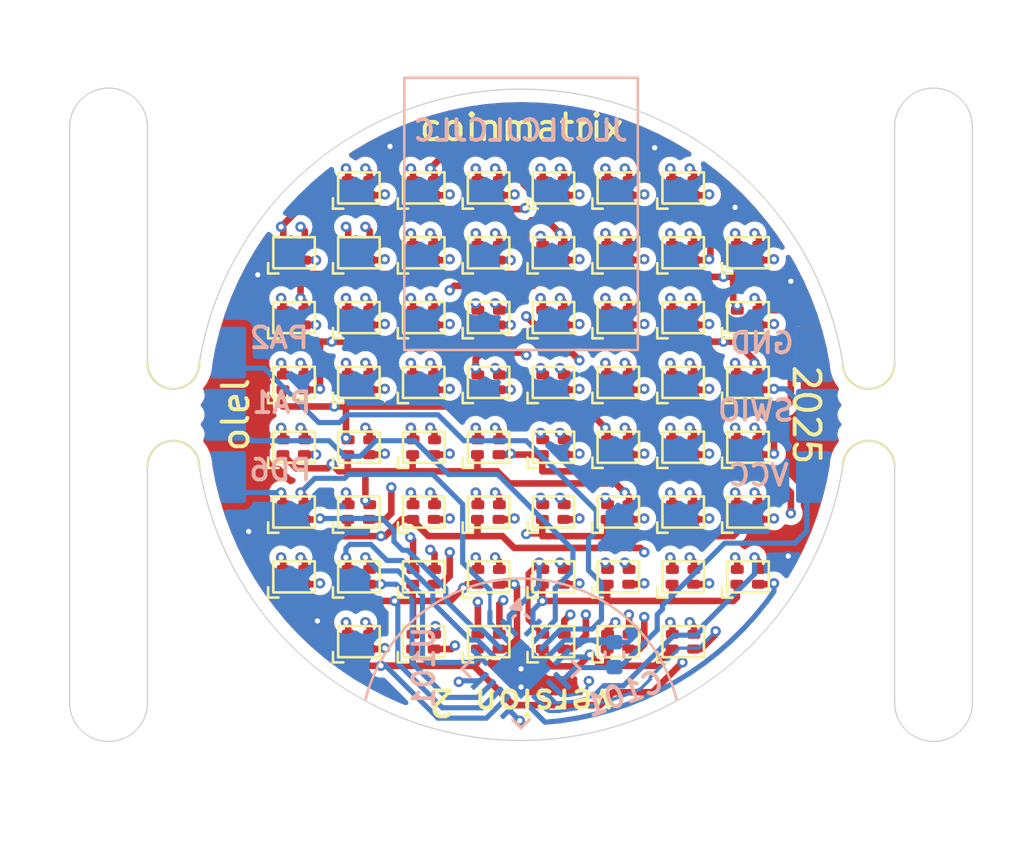
<source format=kicad_pcb>
(kicad_pcb (version 20240108) (generator "pcbnew") (generator_version "8.0")
  (layers (0 "F.Cu" signal) (1 "In1.Cu" signal) (2 "In2.Cu" signal) (31 "B.Cu" signal) (34 "B.Paste" user) (35 "F.Paste" user) (36 "B.SilkS" user "B.Silkscreen") (37 "F.SilkS" user "F.Silkscreen") (38 "B.Mask" user) (39 "F.Mask" user) (44 "Edge.Cuts" user))
  (net 0 "")
  (net 1 "/L1")
  (net 2 "/L2")
  (net 3 "/L0")
  (net 4 "/L3")
  (net 5 "/L5")
  (net 6 "/L4")
  (net 7 "/L6")
  (net 8 "/L7")
  (net 9 "/L8")
  (net 10 "/L9")
  (net 11 "/L12")
  (net 12 "/L11")
  (net 13 "/L10")
  (net 14 "/L13")
  (net 15 "/L14")
  (net 16 "GND")
  (net 17 "VCC")
  (net 18 "/PA1")
  (net 19 "/PA2")
  (net 20 "/L15")
  (footprint "olelib:LED-SMD-4P,1.2x1.2mm" (layer "F.Cu") (at 97.75 61.25)
    (property "Reference" "D102" (hide yes))
    (property "Value" "LED_RABG")
  )
  (footprint "olelib:LED-SMD-4P,1.2x1.2mm" (layer "F.Cu") (at 97.75 63.75)
    (property "Reference" "D107" (hide yes))
    (property "Value" "LED_RABG")
  )
  (footprint "olelib:LED-SMD-4P,1.2x1.2mm" (layer "F.Cu") (at 105.25 61.25)
    (property "Reference" "D141" (hide yes))
    (property "Value" "LED_RABG")
  )
  (footprint "olelib:LED-SMD-4P,1.2x1.2mm" (layer "F.Cu") (at 107.75 68.75)
    (property "Reference" "D157" (hide yes))
    (property "Value" "LED_RABG")
  )
  (footprint "olelib:LED-SMD-4P,1.2x1.2mm" (layer "F.Cu") (at 105.25 73.75)
    (property "Reference" "D166" (hide yes))
    (property "Value" "LED_RABG")
  )
  (footprint "olelib:LED-SMD-4P,1.2x1.2mm" (layer "F.Cu") (at 105.25 66.25)
    (property "Reference" "D151" (hide yes))
    (property "Value" "LED_RABG")
  )
  (footprint "olelib:LED-SMD-4P,1.2x1.2mm" (layer "F.Cu") (at 112.75 66.25)
    (property "Reference" "D154" (hide yes))
    (property "Value" "LED_RABG")
  )
  (footprint "olelib:LED-SMD-4P,1.2x1.2mm" (layer "F.Cu") (at 102.75 68.75)
    (property "Reference" "D119" (hide yes))
    (property "Value" "LED_RABG")
  )
  (footprint "olelib:LED-SMD-4P,1.2x1.2mm" (layer "F.Cu") (at 110.25 73.75)
    (property "Reference" "D168" (hide yes))
    (property "Value" "LED_RABG")
  )
  (footprint "olelib:LED-SMD-4P,1.2x1.2mm" (layer "F.Cu") (at 105.25 78.75)
    (property "Reference" "D176" (hide yes))
    (property "Value" "LED_RABG")
  )
  (footprint "olelib:LED-SMD-4P,1.2x1.2mm" (layer "F.Cu") (at 95.25 63.75)
    (property "Reference" "D106" (hide yes))
    (property "Value" "LED_RABG")
  )
  (footprint "olelib:LED-SMD-4P,1.2x1.2mm" (layer "F.Cu") (at 97.75 71.25)
    (property "Reference" "D122" (hide yes))
    (property "Value" "LED_RABG")
  )
  (footprint "olelib:LED-SMD-4P,1.2x1.2mm" (layer "F.Cu") (at 105.25 68.75)
    (property "Reference" "D156" (hide yes))
    (property "Value" "LED_RABG")
  )
  (footprint "olelib:LED-SMD-4P,1.2x1.2mm" (layer "F.Cu") (at 112.75 63.75)
    (property "Reference" "D149" (hide yes))
    (property "Value" "LED_RABG")
  )
  (footprint "olelib:LED-SMD-4P,1.2x1.2mm" (layer "F.Cu") (at 110.25 78.75)
    (property "Reference" "D178" (hide yes))
    (property "Value" "LED_RABG")
  )
  (footprint "olelib:LED-SMD-4P,1.2x1.2mm" (layer "F.Cu") (at 102.75 61.25)
    (property "Reference" "D104" (hide yes))
    (property "Value" "LED_RABG")
  )
  (footprint "olelib:LED-SMD-4P,1.2x1.2mm" (layer "F.Cu") (at 107.75 61.25)
    (property "Reference" "D142" (hide yes))
    (property "Value" "LED_RABG")
  )
  (footprint "olelib:LED-SMD-4P,1.2x1.2mm" (layer "F.Cu") (at 102.75 76.25)
    (property "Reference" "D134" (hide yes))
    (property "Value" "LED_RABG")
  )
  (footprint "olelib:LED-SMD-4P,1.2x1.2mm" (layer "F.Cu") (at 110.25 68.75)
    (property "Reference" "D158" (hide yes))
    (property "Value" "LED_RABG")
  )
  (footprint "olelib:LED-SMD-4P,1.2x1.2mm" (layer "F.Cu") (at 100.25 68.75)
    (property "Reference" "D118" (hide yes))
    (property "Value" "LED_RABG")
  )
  (footprint "olelib:LED-SMD-4P,1.2x1.2mm" (layer "F.Cu") (at 112.75 68.75)
    (property "Reference" "D159" (hide yes))
    (property "Value" "LED_RABG")
  )
  (footprint "olelib:LED-SMD-4P,1.2x1.2mm" (layer "F.Cu") (at 102.75 78.75)
    (property "Reference" "D139" (hide yes))
    (property "Value" "LED_RABG")
  )
  (footprint "olelib:LED-SMD-4P,1.2x1.2mm" (layer "F.Cu") (at 95.25 68.75)
    (property "Reference" "D116" (hide yes))
    (property "Value" "LED_RABG")
  )
  (footprint "olelib:LED-SMD-4P,1.2x1.2mm" (layer "F.Cu") (at 95.25 66.25)
    (property "Reference" "D111" (hide yes))
    (property "Value" "LED_RABG")
  )
  (footprint "olelib:LED-SMD-4P,1.2x1.2mm" (layer "F.Cu") (at 100.25 76.25)
    (property "Reference" "D133" (hide yes))
    (property "Value" "LED_RABG")
  )
  (footprint "olelib:LED-SMD-4P,1.2x1.2mm" (layer "F.Cu") (at 100.25 63.75)
    (property "Reference" "D108" (hide yes))
    (property "Value" "LED_RABG")
  )
  (footprint "olelib:LED-SMD-4P,1.2x1.2mm" (layer "F.Cu") (at 110.25 61.25)
    (property "Reference" "D143" (hide yes))
    (property "Value" "LED_RABG")
  )
  (footprint "olelib:LED-SMD-4P,1.2x1.2mm" (layer "F.Cu") (at 112.75 76.25)
    (property "Reference" "D174" (hide yes))
    (property "Value" "LED_RABG")
  )
  (footprint "olelib:LED-SMD-4P,1.2x1.2mm" (layer "F.Cu") (at 100.25 71.25)
    (property "Reference" "D123" (hide yes))
    (property "Value" "LED_RABG")
  )
  (footprint "olelib:LED-SMD-4P,1.2x1.2mm" (layer "F.Cu") (at 102.75 66.25)
    (property "Reference" "D114" (hide yes))
    (property "Value" "LED_RABG")
  )
  (footprint "olelib:LED-SMD-4P,1.2x1.2mm" (layer "F.Cu") (at 105.25 71.25)
    (property "Reference" "D161" (hide yes))
    (property "Value" "LED_RABG")
  )
  (footprint "olelib:LED-SMD-4P,1.2x1.2mm" (layer "F.Cu") (at 97.75 68.75)
    (property "Reference" "D117" (hide yes))
    (property "Value" "LED_RABG")
  )
  (footprint "olelib:LED-SMD-4P,1.2x1.2mm" (layer "F.Cu") (at 110.25 63.75)
    (property "Reference" "D148" (hide yes))
    (property "Value" "LED_RABG")
  )
  (footprint "olelib:LED-SMD-4P,1.2x1.2mm" (layer "F.Cu") (at 107.75 78.75)
    (property "Reference" "D177" (hide yes))
    (property "Value" "LED_RABG")
  )
  (footprint "olelib:LED-SMD-4P,1.2x1.2mm" (layer "F.Cu") (at 95.25 73.75)
    (property "Reference" "D126" (hide yes))
    (property "Value" "LED_RABG")
  )
  (footprint "olelib:LED-SMD-4P,1.2x1.2mm" (layer "F.Cu") (at 107.75 63.75)
    (property "Reference" "D147" (hide yes))
    (property "Value" "LED_RABG")
  )
  (footprint "olelib:LED-SMD-4P,1.2x1.2mm" (layer "F.Cu") (at 107.75 66.25)
    (property "Reference" "D152" (hide yes))
    (property "Value" "LED_RABG")
  )
  (footprint "olelib:LED-SMD-4P,1.2x1.2mm" (layer "F.Cu") (at 110.25 76.25)
    (property "Reference" "D173" (hide yes))
    (property "Value" "LED_RABG")
  )
  (footprint "olelib:LED-SMD-4P,1.2x1.2mm" (layer "F.Cu") (at 105.25 63.75)
    (property "Reference" "D146" (hide yes))
    (property "Value" "LED_RABG")
  )
  (footprint "olelib:LED-SMD-4P,1.2x1.2mm" (layer "F.Cu") (at 102.75 73.75)
    (property "Reference" "D129" (hide yes))
    (property "Value" "LED_RABG")
  )
  (footprint "olelib:LED-SMD-4P,1.2x1.2mm" (layer "F.Cu") (at 112.75 71.25)
    (property "Reference" "D164" (hide yes))
    (property "Value" "LED_RABG")
  )
  (footprint "olelib:LED-SMD-4P,1.2x1.2mm" (layer "F.Cu") (at 97.75 66.25)
    (property "Reference" "D112" (hide yes))
    (property "Value" "LED_RABG")
  )
  (footprint "olelib:LED-SMD-4P,1.2x1.2mm" (layer "F.Cu") (at 97.75 78.75)
    (property "Reference" "D137" (hide yes))
    (property "Value" "LED_RABG")
  )
  (footprint "olelib:LED-SMD-4P,1.2x1.2mm" (layer "F.Cu") (at 112.75 73.75)
    (property "Reference" "D169" (hide yes))
    (property "Value" "LED_RABG")
  )
  (footprint "olelib:LED-SMD-4P,1.2x1.2mm" (layer "F.Cu") (at 95.25 71.25)
    (property "Reference" "D121" (hide yes))
    (property "Value" "LED_RABG")
  )
  (footprint "olelib:LED-SMD-4P,1.2x1.2mm" (layer "F.Cu") (at 100.25 66.25)
    (property "Reference" "D113" (hide yes))
    (property "Value" "LED_RABG")
  )
  (footprint "Panelization:mouse-bite-2mm-slot" (layer "F.Cu") (at 90.6 70 90)
    (property "Reference" "mouse-bite-2mm-slot" (hide yes))
    (property "Value" "VAL**" (hide yes))
  )
  (footprint "olelib:LED-SMD-4P,1.2x1.2mm" (layer "F.Cu") (at 100.25 73.75)
    (property "Reference" "D128" (hide yes))
    (property "Value" "LED_RABG")
  )
  (footprint "olelib:LED-SMD-4P,1.2x1.2mm" (layer "F.Cu") (at 95.25 76.25)
    (property "Reference" "D131" (hide yes))
    (property "Value" "LED_RABG")
  )
  (footprint "olelib:LED-SMD-4P,1.2x1.2mm" (layer "F.Cu") (at 97.75 73.75)
    (property "Reference" "D127" (hide yes))
    (property "Value" "LED_RABG")
  )
  (footprint "olelib:LED-SMD-4P,1.2x1.2mm" (layer "F.Cu") (at 110.25 71.25)
    (property "Reference" "D163" (hide yes))
    (property "Value" "LED_RABG")
  )
  (footprint "olelib:LED-SMD-4P,1.2x1.2mm" (layer "F.Cu") (at 107.75 76.25)
    (property "Reference" "D172" (hide yes))
    (property "Value" "LED_RABG")
  )
  (footprint "olelib:LED-SMD-4P,1.2x1.2mm" (layer "F.Cu") (at 102.75 71.25)
    (property "Reference" "D124" (hide yes))
    (property "Value" "LED_RABG")
  )
  (footprint "olelib:LED-SMD-4P,1.2x1.2mm" (layer "F.Cu") (at 100.25 78.75)
    (property "Reference" "D138" (hide yes))
    (property "Value" "LED_RABG")
  )
  (footprint "olelib:LED-SMD-4P,1.2x1.2mm" (layer "F.Cu") (at 110.25 66.25)
    (property "Reference" "D153" (hide yes))
    (property "Value" "LED_RABG")
  )
  (footprint "Panelization:mouse-bite-2mm-slot" (layer "F.Cu") (at 117.4 70 90)
    (property "Reference" "mouse-bite-2mm-slot" (hide yes))
    (property "Value" "VAL**" (hide yes))
  )
  (footprint "olelib:LED-SMD-4P,1.2x1.2mm" (layer "F.Cu") (at 102.75 63.75)
    (property "Reference" "D109" (hide yes))
    (property "Value" "LED_RABG")
  )
  (footprint "olelib:LED-SMD-4P,1.2x1.2mm" (layer "F.Cu") (at 107.75 71.25)
    (property "Reference" "D162" (hide yes))
    (property "Value" "LED_RABG")
  )
  (footprint "olelib:LED-SMD-4P,1.2x1.2mm" (layer "F.Cu") (at 107.75 73.75)
    (property "Reference" "D167" (hide yes))
    (property "Value" "LED_RABG")
  )
  (footprint "olelib:LED-SMD-4P,1.2x1.2mm" (layer "F.Cu") (at 100.25 61.25)
    (property "Reference" "D103" (hide yes))
    (property "Value" "LED_RABG")
  )
  (footprint "olelib:LED-SMD-4P,1.2x1.2mm" (layer "F.Cu") (at 105.25 76.25)
    (property "Reference" "D171" (hide yes))
    (property "Value" "LED_RABG")
  )
  (footprint "olelib:LED-SMD-4P,1.2x1.2mm" (layer "F.Cu") (at 97.75 76.25)
    (property "Reference" "D132" (hide yes))
    (property "Value" "LED_RABG")
  )
  (footprint "Capacitor_SMD:C_0402_1005Metric" (layer "B.Cu") (at 107.6 79.25 -90)
    (property "Reference" "C101")
    (property "Value" "100nF")
  )
  (footprint "Package_DFN_QFN:QFN-20-1EP_3x3mm_P0.4mm_EP1.65x1.65mm" (layer "B.Cu") (at 104 79.8 -135)
    (property "Reference" "U101")
    (property "Value" "CH32V003FxUx")
  )
  (gr_arc (start 98 81) (mid 104 76.315342) (end 110 81) (stroke (width 0.1)) (layer "B.SilkS"))
  (gr_rect (start 99.5 57) (end 108.5 67.5) (stroke (width 0.1)) (fill none) (layer "B.SilkS"))
  (gr_arc (start 89.6 72) (mid 90.6 71) (end 91.6 72) (stroke (width 0.05)) (layer "Edge.Cuts"))
  (gr_arc (start 118.4 58.9) (mid 119.9 57.4) (end 121.4 58.9) (stroke (width 0.05)) (layer "Edge.Cuts"))
  (gr_arc (start 121.4 81.1) (mid 119.9 82.6) (end 118.4 81.1) (stroke (width 0.05)) (layer "Edge.Cuts"))
  (gr_arc (start 86.6 58.9) (mid 88.1 57.4) (end 89.6 58.9) (stroke (width 0.05)) (layer "Edge.Cuts"))
  (gr_arc (start 91.600001 68) (mid 104 57.439746) (end 116.399999 68) (stroke (width 0.05)) (layer "Edge.Cuts"))
  (gr_line (start 86.6 58.9) (end 86.6 81.1) (stroke (width 0.05)) (layer "Edge.Cuts"))
  (gr_arc (start 91.6 68) (mid 90.6 69) (end 89.6 68) (stroke (width 0.05)) (layer "Edge.Cuts"))
  (gr_line (start 121.4 81.1) (end 121.4 58.9) (stroke (width 0.05)) (layer "Edge.Cuts"))
  (gr_line (start 118.4 58.9) (end 118.4 68) (stroke (width 0.05)) (layer "Edge.Cuts"))
  (gr_arc (start 116.399999 72) (mid 104 82.560254) (end 91.600001 72) (stroke (width 0.05)) (layer "Edge.Cuts"))
  (gr_arc (start 89.6 81.1) (mid 88.1 82.6) (end 86.6 81.1) (stroke (width 0.05)) (layer "Edge.Cuts"))
  (gr_arc (start 116.4 72) (mid 117.4 71) (end 118.4 72) (stroke (width 0.05)) (layer "Edge.Cuts"))
  (gr_arc (start 118.4 68) (mid 117.4 69) (end 116.4 68) (stroke (width 0.05)) (layer "Edge.Cuts"))
  (gr_line (start 118.4 72) (end 118.4 81.1) (stroke (width 0.05)) (layer "Edge.Cuts"))
  (gr_line (start 89.6 81.1) (end 89.6 72) (stroke (width 0.05)) (layer "Edge.Cuts"))
  (gr_line (start 89.6 68) (end 89.6 58.9) (stroke (width 0.05)) (layer "Edge.Cuts"))
  (gr_text "VCC" (at 114.4 72.8 0) (layer "B.SilkS") (effects (font (size 0.8 0.8) (thickness 0.15) (bold yes)) (justify left bottom mirror)))
  (gr_text "PA1" (at 96 70 0) (layer "B.SilkS") (effects (font (size 0.8 0.8) (thickness 0.15) (bold yes)) (justify left bottom mirror)))
  (gr_text "PD6" (at 96 72.6 0) (layer "B.SilkS") (effects (font (size 0.8 0.8) (thickness 0.15) (bold yes)) (justify left bottom mirror)))
  (gr_text "JLCJLCJLCJLC" (at 108.2 59.5 0) (layer "B.SilkS") (effects (font (size 0.8 0.8) (thickness 0.15) (bold yes)) (justify left bottom mirror)))
  (gr_text "GND" (at 114.6 67.7 0) (layer "B.SilkS") (effects (font (size 0.8 0.8) (thickness 0.15) (bold yes)) (justify left bottom mirror)))
  (gr_text "SWIO" (at 114.6 70.3 0) (layer "B.SilkS") (effects (font (size 0.8 0.8) (thickness 0.15) (bold yes)) (justify left bottom mirror)))
  (gr_text "PA2" (at 95.9 67.5 0) (layer "B.SilkS") (effects (font (size 0.8 0.8) (thickness 0.15) (bold yes)) (justify left bottom mirror)))
  (gr_text "olel" (at 93 70 90) (layer "F.SilkS") (effects (font (size 1 1))))
  (gr_text "2025" (at 115 70 270) (layer "F.SilkS") (effects (font (size 1 1))))
  (gr_text "version 2" (at 104 80.5 180) (layer "F.SilkS") (effects (font (size 1 1)) (justify bottom)))
  (gr_text "coinmatrix" (at 100 59.5 0) (layer "F.SilkS") (effects (font (size 1 1)) (justify left bottom)))
  (segment (start 104.2 64.4) (end 104.03 64.57) (width 0.254) (layer "F.Cu") (net 1))
  (segment (start 105.898884 77.707) (end 105.665 77.940884) (width 0.254) (layer "F.Cu") (net 1))
  (segment (start 105.665 70.865) (end 105.665 70.965) (width 0.254) (layer "F.Cu") (net 1))
  (segment (start 104.03 64.57) (end 102.18 64.57) (width 0.254) (layer "F.Cu") (net 1))
  (segment (start 95.665 73.465) (end 95.665 73.165) (width 0.254) (layer "F.Cu") (net 1))
  (segment (start 102.32 64.43) (end 102.18 64.57) (width 0.254) (layer "F.Cu") (net 1))
  (segment (start 102.32 64.035) (end 102.32 64.43) (width 0.254) (layer "F.Cu") (net 1))
  (segment (start 105 62.5) (end 104.4 62.5) (width 0.254) (layer "F.Cu") (net 1))
  (segment (start 104.4 62.5) (end 104.2 62.7) (width 0.254) (layer "F.Cu") (net 1))
  (segment (start 95.665 65.665) (end 95.5 65.5) (width 0.254) (layer "F.Cu") (net 1))
  (segment (start 97.32 64.5) (end 97.25 64.57) (width 0.254) (layer "F.Cu") (net 1))
  (segment (start 105.5 68.2) (end 105.665 68.365) (width 0.254) (layer "F.Cu") (net 1))
  (segment (start 94.82 64.57) (end 95.5 64.57) (width 0.254) (layer "F.Cu") (net 1))
  (segment (start 99.82 64.035) (end 99.82 64.5) (width 0.254) (layer "F.Cu") (net 1))
  (segment (start 105.665 68.365) (end 105.665 68.465) (width 0.254) (layer "F.Cu") (net 1))
  (segment (start 105.665 65.665) (end 105.5 65.5) (width 0.254) (layer "F.Cu") (net 1))
  (segment (start 95.665 75.965) (end 95.665 75.665) (width 0.254) (layer "F.Cu") (net 1))
  (segment (start 95.665 73.165) (end 95.5 73) (width 0.254) (layer "F.Cu") (net 1))
  (segment (start 105.665 63.165) (end 105.5 63) (width 0.254) (layer "F.Cu") (net 1))
  (segment (start 105.665 77.940884) (end 105.665 78.465) (width 0.254) (layer "F.Cu") (net 1))
  (segment (start 94.82 64.035) (end 94.82 64.57) (width 0.254) (layer "F.Cu") (net 1))
  (segment (start 95.665 70.665) (end 95.5 70.5) (width 0.254) (layer "F.Cu") (net 1))
  (segment (start 105.5 63) (end 105 62.5) (width 0.254) (layer "F.Cu") (net 1))
  (segment (start 105.665 75.865) (end 105.665 75.965) (width 0.254) (layer "F.Cu") (net 1))
  (segment (start 97.32 64.035) (end 97.32 64.5) (width 0.254) (layer "F.Cu") (net 1))
  (segment (start 97.25 64.57) (end 99.75 64.57) (width 0.254) (layer "F.Cu") (net 1))
  (segment (start 95.665 68.465) (end 95.665 68.165) (width 0.254) (layer "F.Cu") (net 1))
  (segment (start 105.665 63.465) (end 105.665 63.165) (width 0.254) (layer "F.Cu") (net 1))
  (segment (start 105.665 60.665) (end 105.5 60.5) (width 0.254) (layer "F.Cu") (net 1))
  (segment (start 95.665 70.965) (end 95.665 70.665) (width 0.254) (layer "F.Cu") (net 1))
  (segment (start 105.5 73.2) (end 105.665 73.365) (width 0.254) (layer "F.Cu") (net 1))
  (segment (start 95.5 64.57) (end 97.25 64.57) (width 0.254) (layer "F.Cu") (net 1))
  (segment (start 105.665 73.365) (end 105.665 73.465) (width 0.254) (layer "F.Cu") (net 1))
  (segment (start 105.5 75.7) (end 105.665 75.865) (width 0.254) (layer "F.Cu") (net 1))
  (segment (start 95.665 65.965) (end 95.665 65.665) (width 0.254) (layer "F.Cu") (net 1))
  (segment (start 95.665 68.165) (end 95.5 68) (width 0.254) (layer "F.Cu") (net 1))
  (segment (start 95.5 64.57) (end 95.5 65.5) (width 0.254) (layer "F.Cu") (net 1))
  (segment (start 95.665 75.665) (end 95.5 75.5) (width 0.254) (layer "F.Cu") (net 1))
  (segment (start 105.665 65.965) (end 105.665 65.665) (width 0.254) (layer "F.Cu") (net 1))
  (segment (start 105.665 60.965) (end 105.665 60.665) (width 0.254) (layer "F.Cu") (net 1))
  (segment (start 99.75 64.57) (end 102.18 64.57) (width 0.254) (layer "F.Cu") (net 1))
  (segment (start 104.2 62.7) (end 104.2 64.4) (width 0.254) (layer "F.Cu") (net 1))
  (segment (start 105.5 70.7) (end 105.665 70.865) (width 0.254) (layer "F.Cu") (net 1))
  (segment (start 99.82 64.5) (end 99.75 64.57) (width 0.254) (layer "F.Cu") (net 1))
  (via (at 95.5 70.5) (size 0.4) (drill 0.2) (layers "F.Cu" "B.Cu") (net 1))
  (via (at 105.5 68.2) (size 0.4) (drill 0.2) (layers "F.Cu" "B.Cu") (net 1))
  (via (at 105.5 65.5) (size 0.4) (drill 0.2) (layers "F.Cu" "B.Cu") (net 1))
  (via (at 95.5 65.5) (size 0.4) (drill 0.2) (layers "F.Cu" "B.Cu") (net 1))
  (via (at 95.5 68) (size 0.4) (drill 0.2) (layers "F.Cu" "B.Cu") (net 1))
  (via (at 95.5 73) (size 0.4) (drill 0.2) (layers "F.Cu" "B.Cu") (net 1))
  (via (at 105.898884 77.707) (size 0.4) (drill 0.2) (layers "F.Cu" "B.Cu") (net 1))
  (via (at 105.5 63) (size 0.4) (drill 0.2) (layers "F.Cu" "B.Cu") (net 1))
  (via (at 105.5 70.7) (size 0.4) (drill 0.2) (layers "F.Cu" "B.Cu") (net 1))
  (via (at 105.5 73.2) (size 0.4) (drill 0.2) (layers "F.Cu" "B.Cu") (net 1))
  (via (at 95.5 75.5) (size 0.4) (drill 0.2) (layers "F.Cu" "B.Cu") (net 1))
  (via (at 105.5 60.5) (size 0.4) (drill 0.2) (layers "F.Cu" "B.Cu") (net 1))
  (via (at 105.5 75.7) (size 0.4) (drill 0.2) (layers "F.Cu" "B.Cu") (net 1))
  (segment (start 96.05 72.45) (end 95.5 73) (width 0.2) (layer "B.Cu") (net 1))
  (segment (start 102.8 76.757107) (end 101.75 75.707107) (width 0.2) (layer "B.Cu") (net 1))
  (segment (start 102.8 76.9) (end 102.8 76.757107) (width 0.2) (layer "B.Cu") (net 1))
  (segment (start 100.6 72.3) (end 97.35 72.3) (width 0.2) (layer "B.Cu") (net 1))
  (segment (start 103.257538 78.491852) (end 102.8 78.034314) (width 0.2) (layer "B.Cu") (net 1))
  (segment (start 102.8 78.034314) (end 102.8 77.6) (width 0.2) (layer "B.Cu") (net 1))
  (segment (start 101.75 75.707107) (end 101.75 73.45) (width 0.2) (layer "B.Cu") (net 1))
  (segment (start 97.35 72.3) (end 97.2 72.45) (width 0.2) (layer "B.Cu") (net 1))
  (segment (start 97.2 72.45) (end 96.05 72.45) (width 0.2) (layer "B.Cu") (net 1))
  (segment (start 102.8 77.6) (end 102.8 76.9) (width 0.127) (layer "B.Cu") (net 1))
  (segment (start 101.75 73.45) (end 100.6 72.3) (width 0.2) (layer "B.Cu") (net 1))
  (segment (start 96.7 67.18) (end 96.3 67.18) (width 0.254) (layer "F.Cu") (net 2))
  (segment (start 102.26 67.1) (end 104.4 67.1) (width 0.254) (layer "F.Cu") (net 2))
  (segment (start 94.82 67.18) (end 94.82 66.535) (width 0.254) (layer "F.Cu") (net 2))
  (segment (start 105.65 71.535) (end 106.215 71.535) (width 0.254) (layer "F.Cu") (net 2))
  (segment (start 106.215 69.035) (end 106.25 69) (width 0.254) (layer "F.Cu") (net 2))
  (segment (start 99.82 66.535) (end 99.82 67.11) (width 0.254) (layer "F.Cu") (net 2))
  (segment (start 95.665 63.465) (end 95.665 62.915) (width 0.254) (layer "F.Cu") (net 2))
  (segment (start 106.215 64.035) (end 106.25 64) (width 0.254) (layer "F.Cu") (net 2))
  (segment (start 95.65 76.535) (end 96.215 76.535) (width 0.254) (layer "F.Cu") (net 2))
  (segment (start 96.7 67.18) (end 97.25 67.18) (width 0.254) (layer "F.Cu") (net 2))
  (segment (start 96.25 67.23) (end 96.3 67.18) (width 0.254) (layer "F.Cu") (net 2))
  (segment (start 106.215 76.535) (end 106.25 76.5) (width 0.254) (layer "F.Cu") (net 2))
  (segment (start 102.32 67.04) (end 102.18 67.18) (width 0.254) (layer "F.Cu") (net 2))
  (segment (start 97.32 67.11) (end 97.25 67.18) (width 0.254) (layer "F.Cu") (net 2))
  (segment (start 95.65 69.035) (end 96.215 69.035) (width 0.254) (layer "F.Cu") (net 2))
  (segment (start 96.215 76.535) (end 96.25 76.5) (width 0.254) (layer "F.Cu") (net 2))
  (segment (start 106.215 74.035) (end 106.25 74) (width 0.254) (layer "F.Cu") (net 2))
  (segment (start 106.215 66.535) (end 106.25 66.5) (width 0.254) (layer "F.Cu") (net 2))
  (segment (start 105.65 61.535) (end 106.215 61.535) (width 0.254) (layer "F.Cu") (net 2))
  (segment (start 105.65 74.035) (end 106.215 74.035) (width 0.254) (layer "F.Cu") (net 2))
  (segment (start 97.32 66.535) (end 97.32 67.11) (width 0.254) (layer "F.Cu") (net 2))
  (segment (start 96.215 74.035) (end 96.25 74) (width 0.254) (layer "F.Cu") (net 2))
  (segment (start 96.25 69) (end 96.25 67.23) (width 0.254) (layer "F.Cu") (net 2))
  (segment (start 95.65 74.035) (end 96.215 74.035) (width 0.254) (layer "F.Cu") (net 2))
  (segment (start 106.498887 77.707) (end 106.498887 78.501113) (width 0.254) (layer "F.Cu") (net 2))
  (segment (start 96.1 71.535) (end 95.65 71.535) (width 0.254) (layer "F.Cu") (net 2))
  (segment (start 96.3 67.18) (end 94.82 67.18) (width 0.254) (layer "F.Cu") (net 2))
  (segment (start 105.65 76.535) (end 106.215 76.535) (width 0.254) (layer "F.Cu") (net 2))
  (segment (start 104.9 67.6) (end 105.95 67.6) (width 0.254) (layer "F.Cu") (net 2))
  (segment (start 95.665 62.915) (end 95.5 62.75) (width 0.254) (layer "F.Cu") (net 2))
  (segment (start 102.32 66.535) (end 102.32 67.04) (width 0.254) (layer "F.Cu") (net 2))
  (segment (start 99.75 67.18) (end 102.18 67.18) (width 0.254) (layer "F.Cu") (net 2))
  (segment (start 102.18 67.18) (end 102.26 67.1) (width 0.254) (layer "F.Cu") (net 2))
  (segment (start 105.965 79.035) (end 105.65 79.035) (width 0.254) (layer "F.Cu") (net 2))
  (segment (start 106.215 71.535) (end 106.25 71.5) (width 0.254) (layer "F.Cu") (net 2))
  (segment (start 104.4 67.1) (end 104.9 67.6) (width 0.254) (layer "F.Cu") (net 2))
  (segment (start 106.215 61.535) (end 106.25 61.5) (width 0.254) (layer "F.Cu") (net 2))
  (segment (start 99.82 67.11) (end 99.75 67.18) (width 0.254) (layer "F.Cu") (net 2))
  (segment (start 105.65 66.535) (end 106.215 66.535) (width 0.254) (layer "F.Cu") (net 2))
  (segment (start 105.65 64.035) (end 106.215 64.035) (width 0.254) (layer "F.Cu") (net 2))
  (segment (start 96.215 69.035) (end 96.25 69) (width 0.254) (layer "F.Cu") (net 2))
  (segment (start 97.25 67.18) (end 99.75 67.18) (width 0.254) (layer "F.Cu") (net 2))
  (segment (start 106.498887 78.501113) (end 105.965 79.035) (width 0.254) (layer "F.Cu") (net 2))
  (segment (start 105.65 69.035) (end 106.215 69.035) (width 0.254) (layer "F.Cu") (net 2))
  (segment (start 105.95 67.6) (end 106.25 67.9) (width 0.254) (layer "F.Cu") (net 2))
  (via (at 106.25 71.5) (size 0.4) (drill 0.2) (layers "F.Cu" "B.Cu") (net 2))
  (via (at 106.25 66.5) (size 0.4) (drill 0.2) (layers "F.Cu" "B.Cu") (net 2))
  (via (at 106.25 64) (size 0.4) (drill 0.2) (layers "F.Cu" "B.Cu") (net 2))
  (via (at 96.1 71.535) (size 0.4) (drill 0.2) (layers "F.Cu" "B.Cu") (net 2))
  (via (at 106.25 74) (size 0.4) (drill 0.2) (layers "F.Cu" "B.Cu") (net 2))
  (via (at 106.25 76.5) (size 0.4) (drill 0.2) (layers "F.Cu" "B.Cu") (net 2))
  (via (at 106.25 69) (size 0.4) (drill 0.2) (layers "F.Cu" "B.Cu") (net 2))
  (via (at 106.25 67.9) (size 0.4) (drill 0.2) (layers "F.Cu" "B.Cu") (net 2))
  (via (at 96.25 76.5) (size 0.4) (drill 0.2) (layers "F.Cu" "B.Cu") (net 2))
  (via (at 96.7 67.18) (size 0.4) (drill 0.2) (layers "F.Cu" "B.Cu") (net 2))
  (via (at 95.5 62.75) (size 0.4) (drill 0.2) (layers "F.Cu" "B.Cu") (net 2))
  (via (at 106.25 61.5) (size 0.4) (drill 0.2) (layers "F.Cu" "B.Cu") (net 2))
  (via (at 106.498887 77.707) (size 0.4) (drill 0.2) (layers "F.Cu" "B.Cu") (net 2))
  (via (at 96.25 69) (size 0.4) (drill 0.2) (layers "F.Cu" "B.Cu") (net 2))
  (via (at 96.25 74) (size 0.4) (drill 0.2) (layers "F.Cu" "B.Cu") (net 2))
  (segment (start 102.2 78.25) (end 101.1 77.15) (width 0.2) (layer "B.Cu") (net 2))
  (segment (start 101.1 76.7) (end 99.62229 75.22229) (width 0.2) (layer "B.Cu") (net 2))
  (segment (start 102.974695 78.774695) (end 102.45 78.25) (width 0.2) (layer "B.Cu") (net 2))
  (segment (start 99.435183 75.22229) (end 99.1 74.887107) (width 0.2) (layer "B.Cu") (net 2))
  (segment (start 102.45 78.25) (end 102.2 78.25) (width 0.2) (layer "B.Cu") (net 2))
  (segment (start 99.1 74.887107) (end 99.1 74.45) (width 0.2) (layer "B.Cu") (net 2))
  (segment (start 98.65 74) (end 96.25 74) (width 0.2) (layer "B.Cu") (net 2))
  (segment (start 101.1 77.15) (end 101.1 76.7) (width 0.2) (layer "B.Cu") (net 2))
  (segment (start 99.1 74.45) (end 98.65 74) (width 0.2) (layer "B.Cu") (net 2))
  (segment (start 99.62229 75.22229) (end 99.435183 75.22229) (width 0.2) (layer "B.Cu") (net 2))
  (segment (start 94.835 75.585) (end 94.75 75.5) (width 0.254) (layer "F.Cu") (net 3))
  (segment (start 102.25 62.07) (end 104.110697 62.07) (width 0.254) (layer "F.Cu") (net 3))
  (segment (start 94.835 75.965) (end 94.835 75.585) (width 0.254) (layer "F.Cu") (net 3))
  (segment (start 104.835 65.585) (end 104.75 65.5) (width 0.254) (layer "F.Cu") (net 3))
  (segment (start 94.835 70.965) (end 94.835 70.585) (width 0.254) (layer "F.Cu") (net 3))
  (segment (start 94.835 70.585) (end 94.75 70.5) (width 0.254) (layer "F.Cu") (net 3))
  (segment (start 99.75 62.07) (end 102.25 62.07) (width 0.254) (layer "F.Cu") (net 3))
  (segment (start 102.32 61.535) (end 102.32 62) (width 0.254) (layer "F.Cu") (net 3))
  (segment (start 102.32 62) (end 102.25 62.07) (width 0.254) (layer "F.Cu") (net 3))
  (segment (start 104.75 70.7) (end 104.835 70.785) (width 0.254) (layer "F.Cu") (net 3))
  (segment (start 94.835 73.465) (end 94.835 73.085) (width 0.254) (layer "F.Cu") (net 3))
  (segment (start 99.82 61.535) (end 99.82 62) (width 0.254) (layer "F.Cu") (net 3))
  (segment (start 104.835 68.285) (end 104.835 68.465) (width 0.254) (layer "F.Cu") (net 3))
  (segment (start 104.835 75.835) (end 104.835 75.965) (width 0.254) (layer "F.Cu") (net 3))
  (segment (start 104.835 60.965) (end 104.835 60.585) (width 0.254) (layer "F.Cu") (net 3))
  (segment (start 104.835 70.785) (end 104.835 70.965) (width 0.254) (layer "F.Cu") (net 3))
  (segment (start 97.32 62.07) (end 99.75 62.07) (width 0.254) (layer "F.Cu") (net 3))
  (segment (start 104.835 60.585) (end 104.75 60.5) (width 0.254) (layer "F.Cu") (net 3))
  (segment (start 94.835 65.965) (end 94.835 65.585) (width 0.254) (layer "F.Cu") (net 3))
  (segment (start 104.835 63.185) (end 104.835 63.465) (width 0.254) (layer "F.Cu") (net 3))
  (segment (start 94.835 68.465) (end 94.835 68.085) (width 0.254) (layer "F.Cu") (net 3))
  (segment (start 94.835 65.585) (end 94.75 65.5) (width 0.254) (layer "F.Cu") (net 3))
  (segment (start 104.835 73.285) (end 104.835 73.465) (width 0.254) (layer "F.Cu") (net 3))
  (segment (start 104.27 77.9) (end 104.27 76.13) (width 0.2) (layer "F.Cu") (net 3))
  (segment (start 104.7 75.7) (end 104.835 75.835) (width 0.254) (layer "F.Cu") (net 3))
  (segment (start 94.75 62.75) (end 95.43 62.07) (width 0.254) (layer "F.Cu") (net 3))
  (segment (start 94.835 62.835) (end 94.75 62.75) (width 0.254) (layer "F.Cu") (net 3))
  (segment (start 104.835 65.965) (end 104.835 65.585) (width 0.254) (layer "F.Cu") (net 3))
  (segment (start 102.25 62.07) (end 102.288774 62.031226) (width 0.254) (layer "F.Cu") (net 3))
  (segment (start 104.75 73.2) (end 104.835 73.285) (width 0.254) (layer "F.Cu") (net 3))
  (segment (start 104.75 63.1) (end 104.835 63.185) (width 0.254) (layer "F.Cu") (net 3))
  (segment (start 95.43 62.07) (end 97.32 62.07) (width 0.254) (layer "F.Cu") (net 3))
  (segment (start 99.82 62) (end 99.75 62.07) (width 0.254) (layer "F.Cu") (net 3))
  (segment (start 94.835 73.085) (end 94.75 73) (width 0.254) (layer "F.Cu") (net 3))
  (segment (start 94.835 68.085) (end 94.75 68) (width 0.254) (layer "F.Cu") (net 3))
  (segment (start 94.835 63.465) (end 94.835 62.835) (width 0.254) (layer "F.Cu") (net 3))
  (segment (start 104.75 68.2) (end 104.835 68.285) (width 0.254) (layer "F.Cu") (net 3))
  (segment (start 97.32 61.535) (end 97.32 62.07) (width 0.254) (layer "F.Cu") (net 3))
  (segment (start 104.27 76.13) (end 104.7 75.7) (width 0.2) (layer "F.Cu") (net 3))
  (segment (start 104.835 78.465) (end 104.27 77.9) (width 0.2) (layer "F.Cu") (net 3))
  (segment (start 104.110697 62.07) (end 104.149471 62.031226) (width 0.254) (layer "F.Cu") (net 3))
  (via (at 104.75 60.5) (size 0.4) (drill 0.2) (layers "F.Cu" "B.Cu") (net 3))
  (via (at 94.75 65.5) (size 0.4) (drill 0.2) (layers "F.Cu" "B.Cu") (net 3))
  (via (at 104.75 68.2) (size 0.4) (drill 0.2) (layers "F.Cu" "B.Cu") (net 3))
  (via (at 104.75 73.2) (size 0.4) (drill 0.2) (layers "F.Cu" "B.Cu") (net 3))
  (via (at 94.75 70.5) (size 0.4) (drill 0.2) (layers "F.Cu" "B.Cu") (net 3))
  (via (at 94.75 62.75) (size 0.4) (drill 0.2) (layers "F.Cu" "B.Cu") (net 3))
  (via (at 104.75 65.5) (size 0.4) (drill 0.2) (layers "F.Cu" "B.Cu") (net 3))
  (via (at 104.149471 62.031226) (size 0.4) (drill 0.2) (layers "F.Cu" "B.Cu") (net 3))
  (via (at 94.75 68) (size 0.4) (drill 0.2) (layers "F.Cu" "B.Cu") (net 3))
  (via (at 104.75 63.1) (size 0.4) (drill 0.2) (layers "F.Cu" "B.Cu") (net 3))
  (via (at 94.75 75.5) (size 0.4) (drill 0.2) (layers "F.Cu" "B.Cu") (net 3))
  (via (at 104.75 70.7) (size 0.4) (drill 0.2) (layers "F.Cu" "B.Cu") (net 3))
  (via (at 94.75 73) (size 0.4) (drill 0.2) (layers "F.Cu" "B.Cu") (net 3))
  (via (at 104.7 75.7) (size 0.4) (drill 0.2) (layers "F.Cu" "B.Cu") (net 3))
  (segment (start 103.540381 78.20901) (end 103.540381 77.752512) (width 0.2) (layer "B.Cu") (net 3))
  (segment (start 103.540381 77.752512) (end 104.7 76.592893) (width 0.2) (layer "B.Cu") (net 3))
  (segment (start 94.75 73) (end 93 73) (width 0.2) (layer "B.Cu") (net 3))
  (segment (start 104.7 76.592893) (end 104.7 75.7) (width 0.2) (layer "B.Cu") (net 3))
  (segment (start 97.25 69.68) (end 99.75 69.68) (width 0.254) (layer "F.Cu") (net 4))
  (segment (start 107.335 70.585) (end 107.25 70.5) (width 0.254) (layer "F.Cu") (net 4))
  (segment (start 107.335 60.965) (end 107.335 60.585) (width 0.254) (layer "F.Cu") (net 4))
  (segment (start 107.335 68.465) (end 107.335 68.085) (width 0.254) (layer "F.Cu") (net 4))
  (segment (start 107.335 78.301561) (end 107.335 78.465) (width 0.254) (layer "F.Cu") (net 4))
  (segment (start 107.25 75.7) (end 107.335 75.785) (width 0.254) (layer "F.Cu") (net 4))
  (segment (start 96.1 66.535) (end 95.65 66.535) (width 0.254) (layer "F.Cu") (net 4))
  (segment (start 97.335 78.465) (end 97.335 78.085) (width 0.254) (layer "F.Cu") (net 4))
  (segment (start 97.335 78.085) (end 97.25 78) (width 0.254) (layer "F.Cu") (net 4))
  (segment (start 102.32 69.54) (end 102.18 69.68) (width 0.254) (layer "F.Cu") (net 4))
  (segment (start 96.1 64.035) (end 95.65 64.035) (width 0.254) (layer "F.Cu") (net 4))
  (segment (start 99.82 69.61) (end 99.75 69.68) (width 0.254) (layer "F.Cu") (net 4))
  (segment (start 99.75 69.68) (end 102.18 69.68) (width 0.254) (layer "F.Cu") (net 4))
  (segment (start 107.634698 78.001863) (end 107.335 78.301561) (width 0.254) (layer "F.Cu") (net 4))
  (segment (start 107.335 65.965) (end 107.335 65.585) (width 0.254) (layer "F.Cu") (net 4))
  (segment (start 97.32 69.61) (end 97.25 69.68) (width 0.254) (layer "F.Cu") (net 4))
  (segment (start 107.335 70.965) (end 107.335 70.585) (width 0.254) (layer "F.Cu") (net 4))
  (segment (start 97.27 70.9) (end 97.335 70.965) (width 0.254) (layer "F.Cu") (net 4))
  (segment (start 107.335 65.585) (end 107.25 65.5) (width 0.254) (layer "F.Cu") (net 4))
  (segment (start 97.335 73.465) (end 97.335 73.085) (width 0.254) (layer "F.Cu") (net 4))
  (segment (start 107.335 63.465) (end 107.335 63.085) (width 0.254) (layer "F.Cu") (net 4))
  (segment (start 97.25 70.9) (end 97.27 70.9) (width 0.254) (layer "F.Cu") (net 4))
  (segment (start 97.335 73.085) (end 97.25 73) (width 0.254) (layer "F.Cu") (net 4))
  (segment (start 106.888932 70.138932) (end 107.25 70.5) (width 0.254) (layer "F.Cu") (net 4))
  (segment (start 94.82 69.035) (end 94.82 69.68) (width 0.254) (layer "F.Cu") (net 4))
  (segment (start 99.82 69.035) (end 99.82 69.61) (width 0.254) (layer "F.Cu") (net 4))
  (segment (start 96.8 69.68) (end 97.25 69.68) (width 0.254) (layer "F.Cu") (net 4))
  (segment (start 107.335 60.585) (end 107.25 60.5) (width 0.254) (layer "F.Cu") (net 4))
  (segment (start 102.32 69.035) (end 102.32 69.54) (width 0.254) (layer "F.Cu") (net 4))
  (segment (start 104.4 69.7) (end 104.838932 70.138932) (width 0.254) (layer "F.Cu") (net 4))
  (segment (start 107.335 68.085) (end 107.25 68) (width 0.254) (layer "F.Cu") (net 4))
  (segment (start 97.335 75.585) (end 97.25 75.5) (width 0.254) (layer "F.Cu") (net 4))
  (segment (start 104.838932 70.138932) (end 106.888932 70.138932) (width 0.254) (layer "F.Cu") (net 4))
  (segment (start 107.335 73.285) (end 107.335 73.465) (width 0.254) (layer "F.Cu") (net 4))
  (segment (start 94.82 69.68) (end 96.8 69.68) (width 0.254) (layer "F.Cu") (net 4))
  (segment (start 97.25 70.9) (end 97.25 69.68) (width 0.254) (layer "F.Cu") (net 4))
  (segment (start 97.335 75.965) (end 97.335 75.585) (width 0.254) (layer "F.Cu") (net 4))
  (segment (start 107.335 75.785) (end 107.335 75.965) (width 0.254) (layer "F.Cu") (net 4))
  (segment (start 107.335 63.085) (end 107.25 63) (width 0.254) (layer "F.Cu") (net 4))
  (segment (start 102.2 69.7) (end 104.4 69.7) (width 0.254) (layer "F.Cu") (net 4))
  (segment (start 97.32 69.035) (end 97.32 69.61) (width 0.254) (layer "F.Cu") (net 4))
  (segment (start 102.18 69.68) (end 102.2 69.7) (width 0.254) (layer "F.Cu") (net 4))
  (segment (start 107.25 73.2) (end 107.335 73.285) (width 0.254) (layer "F.Cu") (net 4))
  (via (at 96.1 66.535) (size 0.4) (drill 0.2) (layers "F.Cu" "B.Cu") (net 4))
  (via (at 107.25 60.5) (size 0.4) (drill 0.2) (layers "F.Cu" "B.Cu") (net 4))
  (via (at 107.25 70.5) (size 0.4) (drill 0.2) (layers "F.Cu" "B.Cu") (net 4))
  (via (at 107.25 63) (size 0.4) (drill 0.2) (layers "F.Cu" "B.Cu") (net 4))
  (via (at 107.25 68) (size 0.4) (drill 0.2) (layers "F.Cu" "B.Cu") (net 4))
  (via (at 97.25 70.9) (size 0.4) (drill 0.2) (layers "F.Cu" "B.Cu") (net 4))
  (via (at 97.25 78) (size 0.4) (drill 0.2) (layers "F.Cu" "B.Cu") (net 4))
  (via (at 97.25 73) (size 0.4) (drill 0.2) (layers "F.Cu" "B.Cu") (net 4))
  (via (at 96.1 64.035) (size 0.4) (drill 0.2) (layers "F.Cu" "B.Cu") (net 4))
  (via (at 107.634698 78.001863) (size 0.4) (drill 0.2) (layers "F.Cu" "B.Cu") (net 4))
  (via (at 96.8 69.68) (size 0.4) (drill 0.2) (layers "F.Cu" "B.Cu") (net 4))
  (via (at 107.25 65.5) (size 0.4) (drill 0.2) (layers "F.Cu" "B.Cu") (net 4))
  (via (at 97.25 75.5) (size 0.4) (drill 0.2) (layers "F.Cu" "B.Cu") (net 4))
  (via (at 107.25 73.2) (size 0.4) (drill 0.2) (layers "F.Cu" "B.Cu") (net 4))
  (via (at 107.25 75.7) (size 0.4) (drill 0.2) (layers "F.Cu" "B.Cu") (net 4))
  (segment (start 97.25 75.15) (end 97.25 75.5) (width 0.2) (layer "B.Cu") (net 4))
  (segment (start 98.835183 75.62229) (end 98.212893 75) (width 0.2) (layer "B.Cu") (net 4))
  (segment (start 100.6 76.800001) (end 99.422289 75.62229) (width 0.2) (layer "B.Cu") (net 4))
  (segment (start 102.038881 78.688881) (end 100.6 77.25) (width 0.2) (layer "B.Cu") (net 4))
  (segment (start 102.691852 79.057538) (end 102.323195 78.688881) (width 0.2) (layer "B.Cu") (net 4))
  (segment (start 100.6 77.25) (end 100.6 76.800001) (width 0.2) (layer "B.Cu") (net 4))
  (segment (start 98.212893 75) (end 97.4 75) (width 0.2) (layer "B.Cu") (net 4))
  (segment (start 99.422289 75.62229) (end 98.835183 75.62229) (width 0.2) (layer "B.Cu") (net 4))
  (segment (start 102.323195 78.688881) (end 102.038881 78.688881) (width 0.2) (layer "B.Cu") (net 4))
  (segment (start 97.4 75) (end 97.25 75.15) (width 0.2) (layer "B.Cu") (net 4))
  (segment (start 98.6 76.535) (end 98.15 76.535) (width 0.254) (layer "F.Cu") (net 5))
  (segment (start 94.82 74.035) (end 94.82 74.68) (width 0.254) (layer "F.Cu") (net 5))
  (segment (start 97.32 74.61) (end 97.25 74.68) (width 0.254) (layer "F.Cu") (net 5))
  (segment (start 108.75 75.3) (end 108.7 75.3) (width 0.254) (layer "F.Cu") (net 5))
  (segment (start 100.43 74.68) (end 102.18 74.68) (width 0.254) (layer "F.Cu") (net 5))
  (segment (start 98.165 70.965) (end 98.165 70.665) (width 0.254) (layer "F.Cu") (net 5))
  (segment (start 108.565 79.035) (end 108.15 79.035) (width 0.254) (layer "F.Cu") (net 5))
  (segment (start 97.25 74.68) (end 98.6 74.68) (width 0.254) (layer "F.Cu") (net 5))
  (segment (start 108.715 61.535) (end 108.75 61.5) (width 0.254) (layer "F.Cu") (net 5))
  (segment (start 99.82 74.07) (end 100.43 74.68) (width 0.254) (layer "F.Cu") (net 5))
  (segment (start 98.762053 74.68) (end 98.6 74.68) (width 0.254) (layer "F.Cu") (net 5))
  (segment (start 98.165 62.915) (end 98 62.75) (width 0.254) (layer "F.Cu") (net 5))
  (segment (start 108.15 66.535) (end 108.715 66.535) (width 0.254) (layer "F.Cu") (net 5))
  (segment (start 103.734 75.134) (end 103.28 74.68) (width 0.254) (layer "F.Cu") (net 5))
  (segment (start 98.15 79.035) (end 98.715 79.035) (width 0.254) (layer "F.Cu") (net 5))
  (segment (start 94.82 74.68) (end 97.25 74.68) (width 0.254) (layer "F.Cu") (net 5))
  (segment (start 98.165 68.465) (end 98.165 68.165) (width 0.254) (layer "F.Cu") (net 5))
  (segment (start 103.28 74.68) (end 102.18 74.68) (width 0.254) (layer "F.Cu") (net 5))
  (segment (start 98.165 63.465) (end 98.165 62.915) (width 0.254) (layer "F.Cu") (net 5))
  (segment (start 99.82 74.035) (end 99.407053 74.035) (width 0.254) (layer "F.Cu") (net 5))
  (segment (start 108.715 71.535) (end 108.75 71.5) (width 0.254) (layer "F.Cu") (net 5))
  (segment (start 108.15 64.035) (end 108.715 64.035) (width 0.254) (layer "F.Cu") (net 5))
  (segment (start 99.407053 74.035) (end 98.762053 74.68) (width 0.254) (layer "F.Cu") (net 5))
  (segment (start 98.165 60.965) (end 98.165 60.665) (width 0.254) (layer "F.Cu") (net 5))
  (segment (start 108.715 76.535) (end 108.75 76.5) (width 0.254) (layer "F.Cu") (net 5))
  (segment (start 102.32 74.54) (end 102.18 74.68) (width 0.254) (layer "F.Cu") (net 5))
  (segment (start 108.6 75.134) (end 103.734 75.134) (width 0.254) (layer "F.Cu") (net 5))
  (segment (start 108.715 66.535) (end 108.75 66.5) (width 0.254) (layer "F.Cu") (net 5))
  (segment (start 98.165 65.965) (end 98.165 65.665) (width 0.254) (layer "F.Cu") (net 5))
  (segment (start 108.715 74.035) (end 108.75 74) (width 0.254) (layer "F.Cu") (net 5))
  (segment (start 108.75 75.3) (end 108.75 75.284) (width 0.254) (layer "F.Cu") (net 5))
  (segment (start 108.15 61.535) (end 108.715 61.535) (width 0.254) (layer "F.Cu") (net 5))
  (segment (start 108.75 77.8) (end 108.75 78.85) (width 0.254) (layer "F.Cu") (net 5))
  (segment (start 108.715 64.035) (end 108.75 64) (width 0.254) (layer "F.Cu") (net 5))
  (segment (start 108.15 71.535) (end 108.715 71.535) (width 0.254) (layer "F.Cu") (net 5))
  (segment (start 108.15 74.035) (end 108.715 74.035) (width 0.254) (layer "F.Cu") (net 5))
  (segment (start 98.165 60.665) (end 98 60.5) (width 0.254) (layer "F.Cu") (net 5))
  (segment (start 108.15 69.035) (end 108.715 69.035) (width 0.254) (layer "F.Cu") (net 5))
  (segment (start 98.165 68.165) (end 98 68) (width 0.254) (layer "F.Cu") (net 5))
  (segment (start 108.75 78.85) (end 108.565 79.035) (width 0.254) (layer "F.Cu") (net 5))
  (segment (start 108.75 75.284) (end 108.6 75.134) (width 0.254) (layer "F.Cu") (net 5))
  (segment (start 98.165 65.665) (end 98 65.5) (width 0.254) (layer "F.Cu") (net 5))
  (segment (start 98.165 70.665) (end 98 70.5) (width 0.254) (layer "F.Cu") (net 5))
  (segment (start 99.82 74.035) (end 99.82 74.07) (width 0.254) (layer "F.Cu") (net 5))
  (segment (start 102.32 74.035) (end 102.32 74.54) (width 0.254) (layer "F.Cu") (net 5))
  (segment (start 108.715 69.035) (end 108.75 69) (width 0.254) (layer "F.Cu") (net 5))
  (segment (start 97.32 74.035) (end 97.32 74.61) (width 0.254) (layer "F.Cu") (net 5))
  (segment (start 108.15 76.535) (end 108.715 76.535) (width 0.254) (layer "F.Cu") (net 5))
  (segment (start 98.715 79.035) (end 98.75 79) (width 0.254) (layer "F.Cu") (net 5))
  (via (at 108.75 74) (size 0.4) (drill 0.2) (layers "F.Cu" "B.Cu") (net 5))
  (via (at 108.75 75.3) (size 0.4) (drill 0.2) (layers "F.Cu" "B.Cu") (net 5))
  (via (at 98.6 76.535) (size 0.4) (drill 0.2) (layers "F.Cu" "B.Cu") (net 5))
  (via (at 98 70.5) (size 0.4) (drill 0.2) (layers "F.Cu" "B.Cu") (net 5))
  (via (at 98 65.5) (size 0.4) (drill 0.2) (layers "F.Cu" "B.Cu") (net 5))
  (via (at 98 60.5) (size 0.4) (drill 0.2) (layers "F.Cu" "B.Cu") (net 5))
  (via (at 98.75 79) (size 0.4) (drill 0.2) (layers "F.Cu" "B.Cu") (net 5))
  (via (at 108.75 69) (size 0.4) (drill 0.2) (layers "F.Cu" "B.Cu") (net 5))
  (via (at 98 62.75) (size 0.4) (drill 0.2) (layers "F.Cu" "B.Cu") (net 5))
  (via (at 108.75 76.5) (size 0.4) (drill 0.2) (layers "F.Cu" "B.Cu") (net 5))
  (via (at 108.75 64) (size 0.4) (drill 0.2) (layers "F.Cu" "B.Cu") (net 5))
  (via (at 108.75 77.8) (size 0.4) (drill 0.2) (layers "F.Cu" "B.Cu") (net 5))
  (via (at 98.6 74.68) (size 0.4) (drill 0.2) (layers "F.Cu" "B.Cu") (net 5))
  (via (at 108.75 66.5) (size 0.4) (drill 0.2) (layers "F.Cu" "B.Cu") (net 5))
  (via (at 108.75 61.5) (size 0.4) (drill 0.2) (layers "F.Cu" "B.Cu") (net 5))
  (via (at 98 68) (size 0.4) (drill 0.2) (layers "F.Cu" "B.Cu") (net 5))
  (via (at 108.75 71.5) (size 0.4) (drill 0.2) (layers "F.Cu" "B.Cu") (net 5))
  (segment (start 102.334314 80.9) (end 101.131372 80.9) (width 0.2) (layer "B.Cu") (net 5))
  (segment (start 101.131372 80.9) (end 99.8 79.568628) (width 0.2) (layer "B.Cu") (net 5))
  (segment (start 102.691852 80.542462) (end 102.334314 80.9) (width 0.2) (layer "B.Cu") (net 5))
  (segment (start 99.8 79.568628) (end 99.8 77.146454) (width 0.2) (layer "B.Cu") (net 5))
  (segment (start 99.188546 76.535) (end 98.6 76.535) (width 0.2) (layer "B.Cu") (net 5))
  (segment (start 99.8 77.146454) (end 99.188546 76.535) (width 0.2) (layer "B.Cu") (net 5))
  (segment (start 97.335 62.835) (end 97.25 62.75) (width 0.254) (layer "F.Cu") (net 6))
  (segment (start 102.32 71.535) (end 102.32 72.04) (width 0.254) (layer "F.Cu") (net 6))
  (segment (start 97.32 72.11) (end 97.25 72.18) (width 0.254) (layer "F.Cu") (net 6))
  (segment (start 108.165 63.465) (end 108.165 63.165) (width 0.254) (layer "F.Cu") (net 6))
  (segment (start 98.165 78.165) (end 98 78) (width 0.254) (layer "F.Cu") (net 6))
  (segment (start 103.547367 72.647367) (end 103.08 72.18) (width 0.254) (layer "F.Cu") (net 6))
  (segment (start 96.98 72.18) (end 97.25 72.18) (width 0.254) (layer "F.Cu") (net 6))
  (segment (start 99.82 71.535) (end 99.82 72.11) (width 0.254) (layer "F.Cu") (net 6))
  (segment (start 98.165 78.465) (end 98.165 78.165) (width 0.254) (layer "F.Cu") (net 6))
  (segment (start 96.7 71.9) (end 96.98 72.18) (width 0.254) (layer "F.Cu") (net 6))
  (segment (start 108.165 77.714751) (end 108.165 78.465) (width 0.254) (layer "F.Cu") (net 6))
  (segment (start 97.335 68.465) (end 97.335 68.085) (width 0.254) (layer "F.Cu") (net 6))
  (segment (start 98.165 75.965) (end 98.165 75.665) (width 0.254) (layer "F.Cu") (net 6))
  (segment (start 108.165 70.965) (end 108.165 70.665) (width 0.254) (layer "F.Cu") (net 6))
  (segment (start 108.165 60.665) (end 108 60.5) (width 0.254) (layer "F.Cu") (net 6))
  (segment (start 108.165 65.665) (end 108 65.5) (width 0.254) (layer "F.Cu") (net 6))
  (segment (start 97.335 65.965) (end 97.335 65.585) (width 0.254) (layer "F.Cu") (net 6))
  (segment (start 97.335 68.085) (end 97.25 68) (width 0.254) (layer "F.Cu") (net 6))
  (segment (start 103.08 72.18) (end 102.18 72.18) (width 0.254) (layer "F.Cu") (net 6))
  (segment (start 97.335 60.965) (end 97.335 60.585) (width 0.254) (layer "F.Cu") (net 6))
  (segment (start 98 73.3) (end 98 72.18) (width 0.254) (layer "F.Cu") (net 6))
  (segment (start 95.338384 72.062) (end 94.82 71.543616) (width 0.254) (layer "F.Cu") (net 6))
  (segment (start 108 75.7) (end 108.165 75.865) (width 0.254) (layer "F.Cu") (net 6))
  (segment (start 99.82 72.11) (end 99.75 72.18) (width 0.254) (layer "F.Cu") (net 6))
  (segment (start 107.647367 72.647367) (end 103.547367 72.647367) (width 0.254) (layer "F.Cu") (net 6))
  (segment (start 98.165 75.665) (end 98 75.5) (width 0.254) (layer "F.Cu") (net 6))
  (segment (start 108.165 73.465) (end 108.165 73.165) (width 0.254) (layer "F.Cu") (net 6))
  (segment (start 108.165 65.965) (end 108.165 65.665) (width 0.254) (layer "F.Cu") (net 6))
  (segment (start 108 73) (end 107.647367 72.647367) (width 0.254) (layer "F.Cu") (net 6))
  (segment (start 94.82 71.543616) (end 94.82 71.535) (width 0.254) (layer "F.Cu") (net 6))
  (segment (start 108.165 68.465) (end 108.165 68.165) (width 0.254) (layer "F.Cu") (net 6))
  (segment (start 98 72.18) (end 99.75 72.18) (width 0.254) (layer "F.Cu") (net 6))
  (segment (start 97.25 72.18) (end 98 72.18) (width 0.254) (layer "F.Cu") (net 6))
  (segment (start 97.335 63.465) (end 97.335 62.835) (width 0.254) (layer "F.Cu") (net 6))
  (segment (start 108.165 75.865) (end 108.165 75.965) (width 0.254) (layer "F.Cu") (net 6))
  (segment (start 108.165 60.965) (end 108.165 60.665) (width 0.254) (layer "F.Cu") (net 6))
  (segment (start 96.538 72.062) (end 95.338384 72.062) (width 0.254) (layer "F.Cu") (net 6))
  (segment (start 99.75 72.18) (end 102.18 72.18) (width 0.254) (layer "F.Cu") (net 6))
  (segment (start 102.32 72.04) (end 102.18 72.18) (width 0.254) (layer "F.Cu") (net 6))
  (segment (start 108.157249 77.707) (end 108.165 77.714751) (width 0.254) (layer "F.Cu") (net 6))
  (segment (start 108.165 73.165) (end 108 73) (width 0.254) (layer "F.Cu") (net 6))
  (segment (start 108.165 68.165) (end 108 68) (width 0.254) (layer "F.Cu") (net 6))
  (segment (start 97.335 60.585) (end 97.25 60.5) (width 0.254) (layer "F.Cu") (net 6))
  (segment (start 108.165 70.665) (end 108 70.5) (width 0.254) (layer "F.Cu") (net 6))
  (segment (start 97.32 71.535) (end 97.32 72.11) (width 0.254) (layer "F.Cu") (net 6))
  (segment (start 108.165 63.165) (end 108 63) (width 0.254) (layer "F.Cu") (net 6))
  (segment (start 98 73.3) (end 98.165 73.465) (width 0.254) (layer "F.Cu") (net 6))
  (segment (start 97.335 65.585) (end 97.25 65.5) (width 0.254) (layer "F.Cu") (net 6))
  (segment (start 96.7 71.9) (end 96.538 72.062) (width 0.254) (layer "F.Cu") (net 6))
  (via (at 97.25 62.75) (size 0.4) (drill 0.2) (layers "F.Cu" "B.Cu") (net 6))
  (via (at 98 78) (size 0.4) (drill 0.2) (layers "F.Cu" "B.Cu") (net 6))
  (via (at 108 65.5) (size 0.4) (drill 0.2) (layers "F.Cu" "B.Cu") (net 6))
  (via (at 98 73.3) (size 0.4) (drill 0.2) (layers "F.Cu" "B.Cu") (net 6))
  (via (at 108 60.5) (size 0.4) (drill 0.2) (layers "F.Cu" "B.Cu") (net 6))
  (via (at 96.7 71.9) (size 0.4) (drill 0.2) (layers "F.Cu" "B.Cu") (net 6))
  (via (at 108 68) (size 0.4) (drill 0.2) (layers "F.Cu" "B.Cu") (net 6))
  (via (at 97.25 60.5) (size 0.4) (drill 0.2) (layers "F.Cu" "B.Cu") (net 6))
  (via (at 108 63) (size 0.4) (drill 0.2) (layers "F.Cu" "B.Cu") (net 6))
  (via (at 108 73) (size 0.4) (drill 0.2) (layers "F.Cu" "B.Cu") (net 6))
  (via (at 108.157249 77.707) (size 0.4) (drill 0.2) (layers "F.Cu" "B.Cu") (net 6))
  (via (at 108 75.7) (size 0.4) (drill 0.2) (layers "F.Cu" "B.Cu") (net 6))
  (via (at 97.25 65.5) (size 0.4) (drill 0.2) (layers "F.Cu" "B.Cu") (net 6))
  (via (at 108 70.5) (size 0.4) (drill 0.2) (layers "F.Cu" "B.Cu") (net 6))
  (via (at 98 75.5) (size 0.4) (drill 0.2) (layers "F.Cu" "B.Cu") (net 6))
  (via (at 97.25 68) (size 0.4) (drill 0.2) (layers "F.Cu" "B.Cu") (net 6))
  (segment (start 100.2 76.965687) (end 99.256603 76.02229) (width 0.2) (layer "B.Cu") (net 6))
  (segment (start 102.40901 79.340381) (end 102.199391 79.55) (width 0.2) (layer "B.Cu") (net 6))
  (segment (start 99.256603 76.02229) (end 98.52229 76.02229) (width 0.2) (layer "B.Cu") (net 6))
  (segment (start 98.52229 76.02229) (end 98 75.5) (width 0.2) (layer "B.Cu") (net 6))
  (segment (start 100.4 79.55) (end 100.2 79.35) (width 0.2) (layer "B.Cu") (net 6))
  (segment (start 100.2 79.35) (end 100.2 76.965687) (width 0.2) (layer "B.Cu") (net 6))
  (segment (start 102.199391 79.55) (end 100.4 79.55) (width 0.2) (layer "B.Cu") (net 6))
  (segment (start 98.715 66.535) (end 98.75 66.5) (width 0.254) (layer "F.Cu") (net 7))
  (segment (start 109.835 68.465) (end 109.835 68.085) (width 0.254) (layer "F.Cu") (net 7))
  (segment (start 109.835 63.465) (end 109.835 63.085) (width 0.254) (layer "F.Cu") (net 7))
  (segment (start 109.835 75.965) (end 109.835 75.585) (width 0.254) (layer "F.Cu") (net 7))
  (segment (start 109.835 68.085) (end 109.75 68) (width 0.254) (layer "F.Cu") (net 7))
  (segment (start 99.82 77.11) (end 99.75 77.18) (width 0.254) (layer "F.Cu") (net 7))
  (segment (start 98.15 64.035) (end 98.715 64.035) (width 0.254) (layer "F.Cu") (net 7))
  (segment (start 109.835 65.965) (end 109.835 65.585) (width 0.254) (layer "F.Cu") (net 7))
  (segment (start 99.127 77.18) (end 99.75 77.18) (width 0.254) (layer "F.Cu") (net 7))
  (segment (start 98.715 64.035) (end 98.75 64) (width 0.254) (layer "F.Cu") (net 7))
  (segment (start 99.835 77.125) (end 99.82 77.11) (width 0.254) (layer "F.Cu") (net 7))
  (segment (start 98.15 69.035) (end 98.715 69.035) (width 0.254) (layer "F.Cu") (net 7))
  (segment (start 98.15 66.535) (end 98.715 66.535) (width 0.254) (layer "F.Cu") (net 7))
  (segment (start 97.32 77.11) (end 97.25 77.18) (width 0.254) (layer "F.Cu") (net 7))
  (segment (start 101.920554 76.535) (end 102.32 76.535) (width 0.254) (layer "F.Cu") (net 7))
  (segment (start 99.82 76.535) (end 99.82 77.11) (width 0.254) (layer "F.Cu") (net 7))
  (segment (start 109.835 70.585) (end 109.75 70.5) (width 0.254) (layer "F.Cu") (net 7))
  (segment (start 109.835 60.965) (end 109.835 60.585) (width 0.254) (layer "F.Cu") (net 7))
  (segment (start 98.15 71.535) (end 98.715 71.535) (width 0.254) (layer "F.Cu") (net 7))
  (segment (start 101.777 76.678554) (end 101.275554 77.18) (width 0.254) (layer "F.Cu") (net 7))
  (segment (start 99 72.8) (end 99 73.8) (width 0.254) (layer "F.Cu") (net 7))
  (segment (start 109.835 60.585) (end 109.75 60.5) (width 0.254) (layer "F.Cu") (net 7))
  (segment (start 99 73.8) (end 98.765 74.035) (width 0.254) (layer "F.Cu") (net 7))
  (segment (start 101.777 76.678554) (end 101.920554 76.535) (width 0.254) (layer "F.Cu") (net 7))
  (segment (start 98.765 74.035) (end 98.15 74.035) (width 0.254) (layer "F.Cu") (net 7))
  (segment (start 99.835 78.465) (end 99.835 77.125) (width 0.254) (layer "F.Cu") (net 7))
  (segment (start 109.835 70.965) (end 109.835 70.585) (width 0.254) (layer "F.Cu") (net 7))
  (segment (start 109.835 75.585) (end 109.75 75.5) (width 0.254) (layer "F.Cu") (net 7))
  (segment (start 109.835 78.085) (end 109.75 78) (width 0.254) (layer "F.Cu") (net 7))
  (segment (start 98.715 69.035) (end 98.75 69) (width 0.254) (layer "F.Cu") (net 7))
  (segment (start 98.15 61.535) (end 98.715 61.535) (width 0.254) (layer "F.Cu") (net 7))
  (segment (start 98.715 71.535) (end 98.75 71.5) (width 0.254) (layer "F.Cu") (net 7))
  (segment (start 101.275554 77.18) (end 99.75 77.18) (width 0.254) (layer "F.Cu") (net 7))
  (segment (start 109.835 65.585) (end 109.75 65.5) (width 0.254) (layer "F.Cu") (net 7))
  (segment (start 97.25 77.18) (end 99.127 77.18) (width 0.254) (layer "F.Cu") (net 7))
  (segment (start 109.835 73.085) (end 109.75 73) (width 0.254) (layer "F.Cu") (net 7))
  (segment (start 109.835 63.085) (end 109.75 63) (width 0.254) (layer "F.Cu") (net 7))
  (segment (start 94.82 77.18) (end 97.25 77.18) (width 0.254) (layer "F.Cu") (net 7))
  (segment (start 109.835 78.465) (end 109.835 78.085) (width 0.254) (layer "F.Cu") (net 7))
  (segment (start 97.32 76.535) (end 97.32 77.11) (width 0.254) (layer "F.Cu") (net 7))
  (segment (start 94.82 76.535) (end 94.82 77.18) (width 0.254) (layer "F.Cu") (net 7))
  (segment (start 109.835 73.465) (end 109.835 73.085) (width 0.254) (layer "F.Cu") (net 7))
  (segment (start 98.715 61.535) (end 98.75 61.5) (width 0.254) (layer "F.Cu") (net 7))
  (via (at 109.75 70.5) (size 0.4) (drill 0.2) (layers "F.Cu" "B.Cu") (net 7))
  (via (at 101.777 76.678554) (size 0.4) (drill 0.2) (layers "F.Cu" "B.Cu") (net 7))
  (via (at 109.75 75.5) (size 0.4) (drill 0.2) (layers "F.Cu" "B.Cu") (net 7))
  (via (at 98.75 61.5) (size 0.4) (drill 0.2) (layers "F.Cu" "B.Cu") (net 7))
  (via (at 109.75 78) (size 0.4) (drill 0.2) (layers "F.Cu" "B.Cu") (net 7))
  (via (at 109.75 68) (size 0.4) (drill 0.2) (layers "F.Cu" "B.Cu") (net 7))
  (via (at 109.75 65.5) (size 0.4) (drill 0.2) (layers "F.Cu" "B.Cu") (net 7))
  (via (at 98.75 66.5) (size 0.4) (drill 0.2) (layers "F.Cu" "B.Cu") (net 7))
  (via (at 109.75 60.5) (size 0.4) (drill 0.2) (layers "F.Cu" "B.Cu") (net 7))
  (via (at 98.75 64) (size 0.4) (drill 0.2) (layers "F.Cu" "B.Cu") (net 7))
  (via (at 99 72.8) (size 0.4) (drill 0.2) (layers "F.Cu" "B.Cu") (net 7))
  (via (at 109.75 73) (size 0.4) (drill 0.2) (layers "F.Cu" "B.Cu") (net 7))
  (via (at 99.127 77.18) (size 0.4) (drill 0.2) (layers "F.Cu" "B.Cu") (net 7))
  (via (at 109.75 63) (size 0.4) (drill 0.2) (layers "F.Cu" "B.Cu") (net 7))
  (via (at 98.75 69) (size 0.4) (drill 0.2) (layers "F.Cu" "B.Cu") (net 7))
  (via (at 98.75 71.5) (size 0.4) (drill 0.2) (layers "F.Cu" "B.Cu") (net 7))
  (segment (start 99.127 77.18) (end 99.25 77.303) (width 0.2) (layer "B.Cu") (net 7))
  (segment (start 99.25 77.303) (end 99.25 79.584314) (width 0.2) (layer "B.Cu") (net 7))
  (segment (start 100.965686 81.3) (end 102.5 81.3) (width 0.2) (layer "B.Cu") (net 7))
  (segment (start 99.25 79.584314) (end 100.965686 81.3) (width 0.2) (layer "B.Cu") (net 7))
  (segment (start 102.5 81.3) (end 102.974695 80.825305) (width 0.2) (layer "B.Cu") (net 7))
  (segment (start 109.069748 80.7) (end 107.55 80.7) (width 0.254) (layer "F.Cu") (net 8))
  (segment (start 110.665 73.165) (end 110.5 73) (width 0.254) (layer "F.Cu") (net 8))
  (segment (start 107.55 80.7) (end 107.05 81.2) (width 0.254) (layer "F.Cu") (net 8))
  (segment (start 110.665 70.665) (end 110.5 70.5) (width 0.254) (layer "F.Cu") (net 8))
  (segment (start 110.665 78.165) (end 110.5 78) (width 0.254) (layer "F.Cu") (net 8))
  (segment (start 110.665 68.165) (end 110.5 68) (width 0.254) (layer "F.Cu") (net 8))
  (segment (start 110.665 75.965) (end 110.665 75.665) (width 0.254) (layer "F.Cu") (net 8))
  (segment (start 99.835 63.085) (end 99.75 63) (width 0.254) (layer "F.Cu") (net 8))
  (segment (start 99.835 70.965) (end 99.835 70.585) (width 0.254) (layer "F.Cu") (net 8))
  (segment (start 99.835 73.085) (end 99.75 73) (width 0.254) (layer "F.Cu") (net 8))
  (segment (start 99.835 68.465) (end 99.835 68.085) (width 0.254) (layer "F.Cu") (net 8))
  (segment (start 110.220922 79.548826) (end 109.069748 80.7) (width 0.254) (layer "F.Cu") (net 8))
  (segment (start 99.727 74.72229) (end 99.835 74.83029) (width 0.254) (layer "F.Cu") (net 8))
  (segment (start 99.82 79.61) (end 99.75 79.68) (width 0.254) (layer "F.Cu") (net 8))
  (segment (start 99.82 79.035) (end 99.82 79.61) (width 0.254) (layer "F.Cu") (net 8))
  (segment (start 99.835 68.085) (end 99.75 68) (width 0.254) (layer "F.Cu") (net 8))
  (segment (start 97.32 79.68) (end 99.75 79.68) (width 0.254) (layer "F.Cu") (net 8))
  (segment (start 99.835 60.585) (end 99.75 60.5) (width 0.254) (layer "F.Cu") (net 8))
  (segment (start 99.835 73.465) (end 99.835 73.085) (width 0.254) (layer "F.Cu") (net 8))
  (segment (start 99.75 79.68) (end 98.6 79.68) (width 0.254) (layer "F.Cu") (net 8))
  (segment (start 103.7 81.2) (end 102.18 79.68) (width 0.254) (layer "F.Cu") (net 8))
  (segment (start 110.665 60.965) (end 110.665 60.665) (width 0.254) (layer "F.Cu") (net 8))
  (segment (start 110.665 68.465) (end 110.665 68.165) (width 0.254) (layer "F.Cu") (net 8))
  (segment (start 99.835 65.965) (end 99.835 65.585) (width 0.254) (layer "F.Cu") (net 8))
  (segment (start 110.665 73.465) (end 110.665 73.165) (width 0.254) (layer "F.Cu") (net 8))
  (segment (start 99.835 70.585) (end 99.75 70.5) (width 0.254) (layer "F.Cu") (net 8))
  (segment (start 110.665 70.965) (end 110.665 70.665) (width 0.254) (layer "F.Cu") (net 8))
  (segment (start 99.835 63.465) (end 99.835 63.085) (width 0.254) (layer "F.Cu") (net 8))
  (segment (start 110.665 63.165) (end 110.5 63) (width 0.254) (layer "F.Cu") (net 8))
  (segment (start 110.665 65.965) (end 110.665 65.665) (width 0.254) (layer "F.Cu") (net 8))
  (segment (start 99.835 60.965) (end 99.835 60.585) (width 0.254) (layer "F.Cu") (net 8))
  (segment (start 110.665 65.665) (end 110.5 65.5) (width 0.254) (layer "F.Cu") (net 8))
  (segment (start 102.32 79.035) (end 102.32 79.54) (width 0.254) (layer "F.Cu") (net 8))
  (segment (start 99.835 65.585) (end 99.75 65.5) (width 0.254) (layer "F.Cu") (net 8))
  (segment (start 97.32 79.035) (end 97.32 79.68) (width 0.254) (layer "F.Cu") (net 8))
  (segment (start 110.665 78.465) (end 110.665 78.165) (width 0.254) (layer "F.Cu") (net 8))
  (segment (start 110.665 75.665) (end 110.5 75.5) (width 0.254) (layer "F.Cu") (net 8))
  (segment (start 110.665 63.465) (end 110.665 63.165) (width 0.254) (layer "F.Cu") (net 8))
  (segment (start 99.835 74.83029) (end 99.835 75.965) (width 0.254) (layer "F.Cu") (net 8))
  (segment (start 102.32 79.54) (end 102.18 79.68) (width 0.254) (layer "F.Cu") (net 8))
  (segment (start 110.665 60.665) (end 110.5 60.5) (width 0.254) (layer "F.Cu") (net 8))
  (segment (start 98.6 79.68) (end 102.18 79.68) (width 0.254) (layer "F.Cu") (net 8))
  (segment (start 107.05 81.2) (end 103.7 81.2) (width 0.254) (layer "F.Cu") (net 8))
  (via (at 99.75 60.5) (size 0.4) (drill 0.2) (layers "F.Cu" "B.Cu") (net 8))
  (via (at 110.220922 79.548826) (size 0.4) (drill 0.2) (layers "F.Cu" "B.Cu") (net 8))
  (via (at 99.727 74.72229) (size 0.4) (drill 0.2) (layers "F.Cu" "B.Cu") (net 8))
  (via (at 99.75 68) (size 0.4) (drill 0.2) (layers "F.Cu" "B.Cu") (net 8))
  (via (at 110.5 63) (size 0.4) (drill 0.2) (layers "F.Cu" "B.Cu") (net 8))
  (via (at 110.5 78) (size 0.4) (drill 0.2) (layers "F.Cu" "B.Cu") (net 8))
  (via (at 110.5 60.5) (size 0.4) (drill 0.2) (layers "F.Cu" "B.Cu") (net 8))
  (via (at 99.75 65.5) (size 0.4) (drill 0.2) (layers "F.Cu" "B.Cu") (net 8))
  (via (at 99.75 63) (size 0.4) (drill 0.2) (layers "F.Cu" "B.Cu") (net 8))
  (via (at 99.75 73) (size 0.4) (drill 0.2) (layers "F.Cu" "B.Cu") (net 8))
  (via (at 98.6 79.68) (size 0.4) (drill 0.2) (layers "F.Cu" "B.Cu") (net 8))
  (via (at 110.5 68) (size 0.4) (drill 0.2) (layers "F.Cu" "B.Cu") (net 8))
  (via (at 110.5 75.5) (size 0.4) (drill 0.2) (layers "F.Cu" "B.Cu") (net 8))
  (via (at 110.5 73) (size 0.4) (drill 0.2) (layers "F.Cu" "B.Cu") (net 8))
  (via (at 110.5 70.5) (size 0.4) (drill 0.2) (layers "F.Cu" "B.Cu") (net 8))
  (via (at 99.75 70.5) (size 0.4) (drill 0.2) (layers "F.Cu" "B.Cu") (net 8))
  (via (at 110.5 65.5) (size 0.4) (drill 0.2) (layers "F.Cu" "B.Cu") (net 8))
  (segment (start 98.78 79.68) (end 100.8 81.7) (width 0.2) (layer "B.Cu") (net 8))
  (segment (start 98.6 79.68) (end 98.78 79.68) (width 0.2) (layer "B.Cu") (net 8))
  (segment (start 100.8 81.7) (end 102.665686 81.7) (width 0.2) (layer "B.Cu") (net 8))
  (segment (start 102.665686 81.7) (end 103.257538 81.108148) (width 0.2) (layer "B.Cu") (net 8))
  (segment (start 109.82 61.535) (end 109.82 62.04) (width 0.254) (layer "F.Cu") (net 9))
  (segment (start 100.7 78.15) (end 100.665 78.185) (width 0.254) (layer "F.Cu") (net 9))
  (segment (start 110.65 71.535) (end 111.215 71.535) (width 0.254) (layer "F.Cu") (net 9))
  (segment (start 100.665 70.965) (end 100.665 70.665) (width 0.254) (layer "F.Cu") (net 9))
  (segment (start 104.1 61.104709) (end 104.1 60.3) (width 0.254) (layer "F.Cu") (net 9))
  (segment (start 111.215 74.035) (end 111.25 74) (width 0.254) (layer "F.Cu") (net 9))
  (segment (start 107.25 62.18) (end 109.68 62.18) (width 0.254) (layer "F.Cu") (net 9))
  (segment (start 111.25 64) (end 111.3 63.95) (width 0.254) (layer "F.Cu") (net 9))
  (segment (start 100.665 73.465) (end 100.665 73.165) (width 0.254) (layer "F.Cu") (net 9))
  (segment (start 100.665 65.665) (end 100.5 65.5) (width 0.254) (layer "F.Cu") (net 9))
  (segment (start 100.665 60.665) (end 100.5 60.5) (width 0.254) (layer "F.Cu") (net 9))
  (segment (start 109.82 62.04) (end 109.68 62.18) (width 0.254) (layer "F.Cu") (net 9))
  (segment (start 100.665 65.965) (end 100.665 65.665) (width 0.254) (layer "F.Cu") (net 9))
  (segment (start 111.215 64.035) (end 111.25 64) (width 0.254) (layer "F.Cu") (net 9))
  (segment (start 100.665 73.165) (end 100.5 73) (width 0.254) (layer "F.Cu") (net 9))
  (segment (start 110.65 69.035) (end 111.215 69.035) (width 0.254) (layer "F.Cu") (net 9))
  (segment (start 111.215 71.535) (end 111.25 71.5) (width 0.254) (layer "F.Cu") (net 9))
  (segment (start 111.215 76.535) (end 111.25 76.5) (width 0.254) (layer "F.Cu") (net 9))
  (segment (start 110.65 64.035) (end 111.215 64.035) (width 0.254) (layer "F.Cu") (net 9))
  (segment (start 100.665 60.965) (end 100.665 60.665) (width 0.254) (layer "F.Cu") (net 9))
  (segment (start 107.32 61.535) (end 107.32 62.11) (width 0.254) (layer "F.Cu") (net 9))
  (segment (start 100.665 68.165) (end 100.5 68) (width 0.254) (layer "F.Cu") (net 9))
  (segment (start 111.18 62.18) (end 109.68 62.18) (width 0.254) (layer "F.Cu") (net 9))
  (segment (start 111.5 78.468616) (end 110.933616 79.035) (width 0.254) (layer "F.Cu") (net 9))
  (segment (start 111.215 69.035) (end 111.25 69) (width 0.254) (layer "F.Cu") (net 9))
  (segment (start 110.65 66.535) (end 111.215 66.535) (width 0.254) (layer "F.Cu") (net 9))
  (segment (start 100.665 63.165) (end 100.5 63) (width 0.254) (layer "F.Cu") (net 9))
  (segment (start 104.82 61.535) (end 104.82 61.62) (width 0.254) (layer "F.Cu") (net 9))
  (segment (start 100.665 75.372) (end 100.665 75.965) (width 0.254) (layer "F.Cu") (net 9))
  (segment (start 104.82 61.62) (end 105.38 62.18) (width 0.254) (layer "F.Cu") (net 9))
  (segment (start 110.933616 79.035) (end 110.65 79.035) (width 0.254) (layer "F.Cu") (net 9))
  (segment (start 100.665 63.465) (end 100.665 63.165) (width 0.254) (layer "F.Cu") (net 9))
  (segment (start 111.3 62.3) (end 111.18 62.18) (width 0.254) (layer "F.Cu") (net 9))
  (segment (start 105.38 62.18) (end 107.25 62.18) (width 0.254) (layer "F.Cu") (net 9))
  (segment (start 104.1 60.3) (end 103.7 59.9) (width 0.254) (layer "F.Cu") (net 9))
  (segment (start 111.5 78.35) (end 111.5 78.468616) (width 0.254) (layer "F.Cu") (net 9))
  (segment (start 111.3 63.95) (end 111.3 62.3) (width 0.254) (layer "F.Cu") (net 9))
  (segment (start 100.665 68.465) (end 100.665 68.165) (width 0.254) (layer "F.Cu") (net 9))
  (segment (start 111.215 66.535) (end 111.25 66.5) (width 0.254) (layer "F.Cu") (net 9))
  (segment (start 101.1 59.9) (end 100.5 60.5) (width 0.254) (layer "F.Cu") (net 9))
  (segment (start 110.65 76.535) (end 111.215 76.535) (width 0.254) (layer "F.Cu") (net 9))
  (segment (start 100.5 75.207) (end 100.665 75.372) (width 0.254) (layer "F.Cu") (net 9))
  (segment (start 100.665 70.665) (end 100.5 70.5) (width 0.254) (layer "F.Cu") (net 9))
  (segment (start 104.530291 61.535) (end 104.1 61.104709) (width 0.254) (layer "F.Cu") (net 9))
  (segment (start 103.7 59.9) (end 101.1 59.9) (width 0.254) (layer "F.Cu") (net 9))
  (segment (start 110.65 74.035) (end 111.215 74.035) (width 0.254) (layer "F.Cu") (net 9))
  (segment (start 100.665 78.185) (end 100.665 78.465) (width 0.254) (layer "F.Cu") (net 9))
  (segment (start 107.32 62.11) (end 107.25 62.18) (width 0.254) (layer "F.Cu") (net 9))
  (segment (start 104.82 61.535) (end 104.530291 61.535) (width 0.254) (layer "F.Cu") (net 9))
  (via (at 111.5 78.35) (size 0.4) (drill 0.2) (layers "F.Cu" "B.Cu") (net 9))
  (via (at 111.25 66.5) (size 0.4) (drill 0.2) (layers "F.Cu" "B.Cu") (net 9))
  (via (at 100.5 63) (size 0.4) (drill 0.2) (layers "F.Cu" "B.Cu") (net 9))
  (via (at 100.7 78.15) (size 0.4) (drill 0.2) (layers "F.Cu" "B.Cu") (net 9))
  (via (at 100.5 68) (size 0.4) (drill 0.2) (layers "F.Cu" "B.Cu") (net 9))
  (via (at 100.5 75.207) (size 0.4) (drill 0.2) (layers "F.Cu" "B.Cu") (net 9))
  (via (at 111.25 71.5) (size 0.4) (drill 0.2) (layers "F.Cu" "B.Cu") (net 9))
  (via (at 111.25 69) (size 0.4) (drill 0.2) (layers "F.Cu" "B.Cu") (net 9))
  (via (at 100.5 60.5) (size 0.4) (drill 0.2) (layers "F.Cu" "B.Cu") (net 9))
  (via (at 111.25 76.5) (size 0.4) (drill 0.2) (layers "F.Cu" "B.Cu") (net 9))
  (via (at 100.5 73) (size 0.4) (drill 0.2) (layers "F.Cu" "B.Cu") (net 9))
  (via (at 111.25 64) (size 0.4) (drill 0.2) (layers "F.Cu" "B.Cu") (net 9))
  (via (at 100.5 70.5) (size 0.4) (drill 0.2) (layers "F.Cu" "B.Cu") (net 9))
  (via (at 111.25 74) (size 0.4) (drill 0.2) (layers "F.Cu" "B.Cu") (net 9))
  (via (at 100.5 65.5) (size 0.4) (drill 0.2) (layers "F.Cu" "B.Cu") (net 9))
  (segment (start 107.995805 80.819327) (end 108.304863 80.695137) (width 0.127) (layer "B.Cu") (net 9))
  (segment (start 108.601506 80.575936) (end 108.977442 80.2) (width 0.127) (layer "B.Cu") (net 9))
  (segment (start 107.705245 80.917386) (end 107.995805 80.819327) (width 0.127) (layer "B.Cu") (net 9))
  (segment (start 110.1 79) (end 110.85 79) (width 0.127) (layer "B.Cu") (net 9))
  (segment (start 106.090894 81.34197) (end 106.109866 81.338993) (width 0.127) (layer "B.Cu") (net 9))
  (segment (start 106.109866 81.338993) (end 106.747985 81.201469) (width 0.127) (layer "B.Cu") (net 9))
  (segment (start 106.748739 81.201261) (end 106.74874 81.201261) (width 0.127) (layer "B.Cu") (net 9))
  (segment (start 106.090893 81.34197) (end 106.090894 81.34197) (width 0.127) (layer "B.Cu") (net 9))
  (segment (start 105.464966 81.440199) (end 106.090893 81.34197) (width 0.127) (layer "B.Cu") (net 9))
  (segment (start 106.74874 81.201261) (end 107.194088 81.078546) (width 0.127) (layer "B.Cu") (net 9))
  (segment (start 107.37728 81.028068) (end 107.705245 80.917386) (width 0.127) (layer "B.Cu") (net 9))
  (segment (start 105.464966 81.440199) (end 105.074513 81.440199) (width 0.127) (layer "B.Cu") (net 9))
  (segment (start 108.304863 80.695137) (end 108.601506 80.575936) (width 0.127) (layer "B.Cu") (net 9))
  (segment (start 106.747985 81.201469) (end 106.748739 81.201261) (width 0.127) (layer "B.Cu") (net 9))
  (segment (start 105.074513 81.440199) (end 104.742462 81.108148) (width 0.127) (layer "B.Cu") (net 9))
  (segment (start 110.85 79) (end 111.5 78.35) (width 0.127) (layer "B.Cu") (net 9))
  (segment (start 108.977442 80.122558) (end 110.1 79) (width 0.127) (layer "B.Cu") (net 9))
  (segment (start 107.194088 81.078546) (end 107.37728 81.028068) (width 0.127) (layer "B.Cu") (net 9))
  (segment (start 108.977442 80.2) (end 108.977442 80.122558) (width 0.127) (layer "B.Cu") (net 9))
  (segment (start 107.32 64.035) (end 107.32 64.61) (width 0.254) (layer "F.Cu") (net 10))
  (segment (start 112.32 64.54) (end 112.18 64.68) (width 0.254) (layer "F.Cu") (net 10))
  (segment (start 112.335 75.585) (end 112.25 75.5) (width 0.254) (layer "F.Cu") (net 10))
  (segment (start 104.476 65.024) (end 101.426 65.024) (width 0.254) (layer "F.Cu") (net 10))
  (segment (start 112.335 68.085) (end 112.25 68) (width 0.254) (layer "F.Cu") (net 10))
  (segment (start 107.32 64.61) (end 107.25 64.68) (width 0.254) (layer "F.Cu") (net 10))
  (segment (start 101.215 61.535) (end 101.25 61.5) (width 0.254) (layer "F.Cu") (net 10))
  (segment (start 112.335 65.785) (end 112.335 65.965) (width 0.254) (layer "F.Cu") (net 10))
  (segment (start 112.335 70.585) (end 112.25 70.5) (width 0.254) (layer "F.Cu") (net 10))
  (segment (start 101.215 71.535) (end 101.25 71.5) (width 0.254) (layer "F.Cu") (net 10))
  (segment (start 101.215 74.035) (end 101.25 74) (width 0.254) (layer "F.Cu") (net 10))
  (segment (start 101.25 75.3) (end 101.25 76.218616) (width 0.254) (layer "F.Cu") (net 10))
  (segment (start 104.82 64.68) (end 104.476 65.024) (width 0.254) (layer "F.Cu") (net 10))
  (segment (start 112.335 73.085) (end 112.25 73) (width 0.254) (layer "F.Cu") (net 10))
  (segment (start 100.65 61.535) (end 101.215 61.535) (width 0.254) (layer "F.Cu") (net 10))
  (segment (start 100.65 69.035) (end 101.215 69.035) (width 0.254) (layer "F.Cu") (net 10))
  (segment (start 100.65 74.035) (end 101.215 74.035) (width 0.254) (layer "F.Cu") (net 10))
  (segment (start 101.315 79.035) (end 100.65 79.035) (width 0.254) (layer "F.Cu") (net 10))
  (segment (start 112.335 75.965) (end 112.335 75.585) (width 0.254) (layer "F.Cu") (net 10))
  (segment (start 110.65 61.535) (end 111.215 61.535) (width 0.254) (layer "F.Cu") (net 10))
  (segment (start 112.335 68.465) (end 112.335 68.085) (width 0.254) (layer "F.Cu") (net 10))
  (segment (start 109.82 64.035) (end 109.82 64.61) (width 0.254) (layer "F.Cu") (net 10))
  (segment (start 104.82 64.035) (end 104.82 64.68) (width 0.254) (layer "F.Cu") (net 10))
  (segment (start 112.335 73.465) (end 112.335 73.085) (width 0.254) (layer "F.Cu") (net 10))
  (segment (start 112.32 64.035) (end 112.32 64.54) (width 0.254) (layer "F.Cu") (net 10))
  (segment (start 101.426 65.024) (end 101.25 65.2) (width 0.254) (layer "F.Cu") (net 10))
  (segment (start 101.25 76.218616) (end 100.933616 76.535) (width 0.254) (layer "F.Cu") (net 10))
  (segment (start 100.65 71.535) (end 101.215 71.535) (width 0.254) (layer "F.Cu") (net 10))
  (segment (start 112.18 65.63) (end 112.18 64.68) (width 0.254) (layer "F.Cu") (net 10))
  (segment (start 109.82 64.61) (end 109.75 64.68) (width 0.254) (layer "F.Cu") (net 10))
  (segment (start 111.8 64.68) (end 112.18 64.68) (width 0.254) (layer "F.Cu") (net 10))
  (segment (start 107.25 64.68) (end 109.75 64.68) (width 0.254) (layer "F.Cu") (net 10))
  (segment (start 101.215 69.035) (end 101.25 69) (width 0.254) (layer "F.Cu") (net 10))
  (segment (start 112.335 65.785) (end 112.18 65.63) (width 0.254) (layer "F.Cu") (net 10))
  (segment (start 101.45 78.9) (end 101.315 79.035) (width 0.254) (layer "F.Cu") (net 10))
  (segment (start 109.75 64.68) (end 111.8 64.68) (width 0.254) (layer "F.Cu") (net 10))
  (segment (start 101.215 66.535) (end 101.25 66.5) (width 0.254) (layer "F.Cu") (net 10))
  (segment (start 100.933616 76.535) (end 100.65 76.535) (width 0.254) (layer "F.Cu") (net 10))
  (segment (start 100.65 64.035) (end 101.215 64.035) (width 0.254) (layer "F.Cu") (net 10))
  (segment (start 112.335 70.965) (end 112.335 70.585) (width 0.254) (layer "F.Cu") (net 10))
  (segment (start 111.215 61.535) (end 111.25 61.5) (width 0.254) (layer "F.Cu") (net 10))
  (segment (start 100.65 66.535) (end 101.215 66.535) (width 0.254) (layer "F.Cu") (net 10))
  (segment (start 101.215 64.035) (end 101.25 64) (width 0.254) (layer "F.Cu") (net 10))
  (segment (start 104.82 64.68) (end 107.25 64.68) (width 0.254) (layer "F.Cu") (net 10))
  (via (at 101.25 71.5) (size 0.4) (drill 0.2) (layers "F.Cu" "B.Cu") (net 10))
  (via (at 111.25 61.5) (size 0.4) (drill 0.2) (layers "F.Cu" "B.Cu") (net 10))
  (via (at 101.25 75.3) (size 0.4) (drill 0.2) (layers "F.Cu" "B.Cu") (net 10))
  (via (at 112.25 68) (size 0.4) (drill 0.2) (layers "F.Cu" "B.Cu") (net 10))
  (via (at 106.615987 80.267784) (size 0.4) (drill 0.2) (layers "F.Cu" "B.Cu") (net 10))
  (via (at 112.335 65.785) (size 0.4) (drill 0.2) (layers "F.Cu" "B.Cu") (net 10))
  (via (at 101.25 74) (size 0.4) (drill 0.2) (layers "F.Cu" "B.Cu") (net 10))
  (via (at 101.25 65.2) (size 0.4) (drill 0.2) (layers "F.Cu" "B.Cu") (net 10))
  (via (at 101.25 69) (size 0.4) (drill 0.2) (layers "F.Cu" "B.Cu") (net 10))
  (via (at 101.45 78.9) (size 0.4) (drill 0.2) (layers "F.Cu" "B.Cu") (net 10))
  (via (at 112.25 75.5) (size 0.4) (drill 0.2) (layers "F.Cu" "B.Cu") (net 10))
  (via (at 111.8 64.68) (size 0.4) (drill 0.2) (layers "F.Cu" "B.Cu") (net 10))
  (via (at 112.25 73) (size 0.4) (drill 0.2) (layers "F.Cu" "B.Cu") (net 10))
  (via (at 101.25 64) (size 0.4) (drill 0.2) (layers "F.Cu" "B.Cu") (net 10))
  (via (at 101.25 66.5) (size 0.4) (drill 0.2) (layers "F.Cu" "B.Cu") (net 10))
  (via (at 101.25 61.5) (size 0.4) (drill 0.2) (layers "F.Cu" "B.Cu") (net 10))
  (via (at 112.25 70.5) (size 0.4) (drill 0.2) (layers "F.Cu" "B.Cu") (net 10))
  (segment (start 106.518945 80.589302) (end 106.615987 80.267784) (width 0.127) (layer "B.Cu") (net 10))
  (segment (start 105.308148 80.542462) (end 105.596627 80.763429) (width 0.127) (layer "B.Cu") (net 10))
  (segment (start 105.78429 80.831301) (end 106.1611 80.766802) (width 0.127) (layer "B.Cu") (net 10))
  (segment (start 105.596627 80.763429) (end 105.78429 80.831301) (width 0.127) (layer "B.Cu") (net 10))
  (segment (start 106.1611 80.766802) (end 106.518945 80.589302) (width 0.127) (layer "B.Cu") (net 10))
  (segment (start 109.82 72.11) (end 109.75 72.18) (width 0.254) (layer "F.Cu") (net 11))
  (segment (start 107.32 71.535) (end 107.32 72.11) (width 0.254) (layer "F.Cu") (net 11))
  (segment (start 103.6 71.5) (end 103.565 71.535) (width 0.254) (layer "F.Cu") (net 11))
  (segment (start 103.15 61.535) (end 103.715 61.535) (width 0.254) (layer "F.Cu") (net 11))
  (segment (start 113.715 69.035) (end 113.75 69) (width 0.254) (layer "F.Cu") (net 11))
  (segment (start 113.58 72.18) (end 112.18 72.18) (width 0.254) (layer "F.Cu") (net 11))
  (segment (start 103.565 71.535) (end 103.15 71.535) (width 0.254) (layer "F.Cu") (net 11))
  (segment (start 107.32 72.11) (end 107.25 72.18) (width 0.254) (layer "F.Cu") (net 11))
  (segment (start 103.6 64.035) (end 103.15 64.035) (width 0.254) (layer "F.Cu") (net 11))
  (segment (start 113.715 66.535) (end 113.75 66.5) (width 0.254) (layer "F.Cu") (net 11))
  (segment (start 109.82 71.535) (end 109.82 72.11) (width 0.254) (layer "F.Cu") (net 11))
  (segment (start 103.635 71.535) (end 104.82 71.535) (width 0.254) (layer "F.Cu") (net 11))
  (segment (start 112.32 72.04) (end 112.18 72.18) (width 0.254) (layer "F.Cu") (net 11))
  (segment (start 104.82 72.18) (end 107.25 72.18) (width 0.254) (layer "F.Cu") (net 11))
  (segment (start 113.15 64.035) (end 113.715 64.035) (width 0.254) (layer "F.Cu") (net 11))
  (segment (start 103.715 61.535) (end 103.75 61.5) (width 0.254) (layer "F.Cu") (net 11))
  (segment (start 103.843 78.657) (end 103.465 79.035) (width 0.254) (layer "F.Cu") (net 11))
  (segment (start 103.6 69.035) (end 103.15 69.035) (width 0.254) (layer "F.Cu") (net 11))
  (segment (start 114.4 73.8) (end 114.4 73) (width 0.254) (layer "F.Cu") (net 11))
  (segment (start 109.75 72.18) (end 112.18 72.18) (width 0.254) (layer "F.Cu") (net 11))
  (segment (start 113.715 64.035) (end 113.75 64) (width 0.254) (layer "F.Cu") (net 11))
  (segment (start 103.742 76.535) (end 103.15 76.535) (width 0.254) (layer "F.Cu") (net 11))
  (segment (start 103.843 76.636) (end 103.843 78.657) (width 0.254) (layer "F.Cu") (net 11))
  (segment (start 112.32 71.535) (end 112.32 72.04) (width 0.254) (layer "F.Cu") (net 11))
  (segment (start 103.15 74.035) (end 103.715 74.035) (width 0.254) (layer "F.Cu") (net 11))
  (segment (start 103.465 79.035) (end 103.15 79.035) (width 0.254) (layer "F.Cu") (net 11))
  (segment (start 103.715 74.035) (end 103.75 74) (width 0.254) (layer "F.Cu") (net 11))
  (segment (start 107.25 72.18) (end 109.75 72.18) (width 0.254) (layer "F.Cu") (net 11))
  (segment (start 104.82 71.535) (end 104.82 72.18) (width 0.254) (layer "F.Cu") (net 11))
  (segment (start 113.15 69.035) (end 113.715 69.035) (width 0.254) (layer "F.Cu") (net 11))
  (segment (start 113.15 66.535) (end 113.715 66.535) (width 0.254) (layer "F.Cu") (net 11))
  (segment (start 103.742 76.535) (end 103.843 76.636) (width 0.254) (layer "F.Cu") (net 11))
  (segment (start 103.6 66.535) (end 103.15 66.535) (width 0.254) (layer "F.Cu") (net 11))
  (segment (start 114.4 73) (end 113.58 72.18) (width 0.254) (layer "F.Cu") (net 11))
  (segment (start 103.6 71.5) (end 103.635 71.535) (width 0.254) (layer "F.Cu") (net 11))
  (via (at 103.6 69.035) (size 0.4) (drill 0.2) (layers "F.Cu" "B.Cu") (net 11))
  (via (at 114.4 73.8) (size 0.4) (drill 0.2) (layers "F.Cu" "B.Cu") (net 11))
  (via (at 113.75 66.5) (size 0.4) (drill 0.2) (layers "F.Cu" "B.Cu") (net 11))
  (via (at 113.75 69) (size 0.4) (drill 0.2) (layers "F.Cu" "B.Cu") (net 11))
  (via (at 103.75 61.5) (size 0.4) (drill 0.2) (layers "F.Cu" "B.Cu") (net 11))
  (via (at 113.75 64) (size 0.4) (drill 0.2) (layers "F.Cu" "B.Cu") (net 11))
  (via (at 103.6 71.5) (size 0.4) (drill 0.2) (layers "F.Cu" "B.Cu") (net 11))
  (via (at 103.742 76.535) (size 0.4) (drill 0.2) (layers "F.Cu" "B.Cu") (net 11))
  (via (at 101.6 80.3) (size 0.4) (drill 0.2) (layers "F.Cu" "B.Cu") (net 11))
  (via (at 103.75 74) (size 0.4) (drill 0.2) (layers "F.Cu" "B.Cu") (net 11))
  (via (at 103.6 66.535) (size 0.4) (drill 0.2) (layers "F.Cu" "B.Cu") (net 11))
  (via (at 103.6 64.035) (size 0.4) (drill 0.2) (layers "F.Cu" "B.Cu") (net 11))
  (segment (start 102.40901 80.259619) (end 101.640381 80.259619) (width 0.2) (layer "B.Cu") (net 11))
  (segment (start 113.75 69) (end 114.2 69) (width 0.2) (layer "B.Cu") (net 11))
  (segment (start 101.640381 80.259619) (end 101.6 80.3) (width 0.2) (layer "B.Cu") (net 11))
  (segment (start 114.2 69) (end 114.8 69.6) (width 0.2) (layer "B.Cu") (net 11))
  (segment (start 112.18 69.68) (end 113.7 69.68) (width 0.254) (layer "F.Cu") (net 12))
  (segment (start 103.165 63.165) (end 103 63) (width 0.254) (layer "F.Cu") (net 12))
  (segment (start 114.4 66.1) (end 114.265 65.965) (width 0.254) (layer "F.Cu") (net 12))
  (segment (start 113.165 65.965) (end 113.165 65.665) (width 0.254) (layer "F.Cu") (net 12))
  (segment (start 113.15 76.535) (end 113.715 76.535) (width 0.254) (layer "F.Cu") (net 12))
  (segment (start 113.715 71.535) (end 113.75 71.5) (width 0.254) (layer "F.Cu") (net 12))
  (segment (start 112.32 69.035) (end 112.32 69.54) (width 0.254) (layer "F.Cu") (net 12))
  (segment (start 113.165 63.465) (end 113.165 63.165) (width 0.254) (layer "F.Cu") (net 12))
  (segment (start 103.165 68.465) (end 103.865 68.465) (width 0.254) (layer "F.Cu") (net 12))
  (segment (start 104.82 69.2) (end 105.3 69.68) (width 0.254) (layer "F.Cu") (net 12))
  (segment (start 103.165 75.665) (end 103 75.5) (width 0.254) (layer "F.Cu") (net 12))
  (segment (start 103.865 68.465) (end 104.435 69.035) (width 0.254) (layer "F.Cu") (net 12))
  (segment (start 113.15 71.535) (end 113.715 71.535) (width 0.254) (layer "F.Cu") (net 12))
  (segment (start 103.165 75.965) (end 103.165 75.665) (width 0.254) (layer "F.Cu") (net 12))
  (segment (start 113.165 63.165) (end 113 63) (width 0.254) (layer "F.Cu") (net 12))
  (segment (start 107.25 69.68) (end 109.75 69.68) (width 0.254) (layer "F.Cu") (net 12))
  (segment (start 114.4 69.5) (end 114.4 66.1) (width 0.254) (layer "F.Cu") (net 12))
  (segment (start 103.165 70.665) (end 103 70.5) (width 0.254) (layer "F.Cu") (net 12))
  (segment (start 112.32 69.54) (end 112.18 69.68) (width 0.254) (layer "F.Cu") (net 12))
  (segment (start 113.715 76.535) (end 113.75 76.5) (width 0.254) (layer "F.Cu") (net 12))
  (segment (start 103 68.2) (end 103.165 68.365) (width 0.254) (layer "F.Cu") (net 12))
  (segment (start 105.3 69.68) (end 107.25 69.68) (width 0.254) (layer "F.Cu") (net 12))
  (segment (start 109.75 69.68) (end 112.18 69.68) (width 0.254) (layer "F.Cu") (net 12))
  (segment (start 103.165 63.465) (end 103.165 63.165) (width 0.254) (layer "F.Cu") (net 12))
  (segment (start 103.165 60.665) (end 103 60.5) (width 0.254) (layer "F.Cu") (net 12))
  (segment (start 113.165 65.665) (end 113 65.5) (width 0.254) (layer "F.Cu") (net 12))
  (segment (start 113.15 74.035) (end 113.715 74.035) (width 0.254) (layer "F.Cu") (net 12))
  (segment (start 109.82 69.035) (end 109.82 69.61) (width 0.254) (layer "F.Cu") (net 12))
  (segment (start 103.165 68.365) (end 103.165 68.465) (width 0.254) (layer "F.Cu") (net 12))
  (segment (start 103.165 73.465) (end 103.165 73.165) (width 0.254) (layer "F.Cu") (net 12))
  (segment (start 113.7 69.68) (end 114.22 69.68) (width 0.254) (layer "F.Cu") (net 12))
  (segment (start 103.165 73.165) (end 103 73) (width 0.254) (layer "F.Cu") (net 12))
  (segment (start 113.75 71.5) (end 113.75 69.73) (width 0.254) (layer "F.Cu") (net 12))
  (segment (start 104.82 69.035) (end 104.82 69.2) (width 0.254) (layer "F.Cu") (net 12))
  (segment (start 113.715 74.035) (end 113.75 74) (width 0.254) (layer "F.Cu") (net 12))
  (segment (start 103.316 77.15) (end 103.165 77.301) (width 0.254) (layer "F.Cu") (net 12))
  (segment (start 113.75 69.73) (end 113.7 69.68) (width 0.254) (layer "F.Cu") (net 12))
  (segment (start 103.165 65.865) (end 103.165 65.965) (width 0.254) (layer "F.Cu") (net 12))
  (segment (start 104.435 69.035) (end 104.82 69.035) (width 0.254) (layer "F.Cu") (net 12))
  (segment (start 103.165 70.965) (end 103.165 70.665) (width 0.254) (layer "F.Cu") (net 12))
  (segment (start 114.22 69.68) (end 114.4 69.5) (width 0.254) (layer "F.Cu") (net 12))
  (segment (start 109.82 69.61) (end 109.75 69.68) (width 0.254) (layer "F.Cu") (net 12))
  (segment (start 107.32 69.61) (end 107.25 69.68) (width 0.254) (layer "F.Cu") (net 12))
  (segment (start 103 65.7) (end 103.165 65.865) (width 0.254) (layer "F.Cu") (net 12))
  (segment (start 103.165 77.301) (end 103.165 78.465) (width 0.254) (layer "F.Cu") (net 12))
  (segment (start 103.165 60.965) (end 103.165 60.665) (width 0.254) (layer "F.Cu") (net 12))
  (segment (start 107.32 69.035) (end 107.32 69.61) (width 0.254) (layer "F.Cu") (net 12))
  (segment (start 114.265 65.965) (end 113.165 65.965) (width 0.254) (layer "F.Cu") (net 12))
  (via (at 113.75 71.5) (size 0.4) (drill 0.2) (layers "F.Cu" "B.Cu") (net 12))
  (via (at 103 73) (size 0.4) (drill 0.2) (layers "F.Cu" "B.Cu") (net 12))
  (via (at 113.75 74) (size 0.4) (drill 0.2) (layers "F.Cu" "B.Cu") (net 12))
  (via (at 103 60.5) (size 0.4) (drill 0.2) (layers "F.Cu" "B.Cu") (net 12))
  (via (at 103 68.2) (size 0.4) (drill 0.2) (layers "F.Cu" "B.Cu") (net 12))
  (via (at 103 65.7) (size 0.4) (drill 0.2) (layers "F.Cu" "B.Cu") (net 12))
  (via (at 113.75 76.5) (size 0.4) (drill 0.2) (layers "F.Cu" "B.Cu") (net 12))
  (via (at 113 63) (size 0.4) (drill 0.2) (layers "F.Cu" "B.Cu") (net 12))
  (via (at 103.316 77.15) (size 0.4) (drill 0.2) (layers "F.Cu" "B.Cu") (net 12))
  (via (at 103 70.5) (size 0.4) (drill 0.2) (layers "F.Cu" "B.Cu") (net 12))
  (via (at 103 75.5) (size 0.4) (drill 0.2) (layers "F.Cu" "B.Cu") (net 12))
  (via (at 113 65.5) (size 0.4) (drill 0.2) (layers "F.Cu" "B.Cu") (net 12))
  (via (at 103 63) (size 0.4) (drill 0.2) (layers "F.Cu" "B.Cu") (net 12))
  (segment (start 106.176382 81.696503) (end 106.834633 81.55464) (width 0.2) (layer "B.Cu") (net 12))
  (segment (start 109.356197 80.623369) (end 109.948634 80.303329) (width 0.2) (layer "B.Cu") (net 12))
  (segment (start 112.109806 78.704934) (end 112.589302 78.232176) (width 0.2) (layer "B.Cu") (net 12))
  (segment (start 110.522013 79.950285) (end 111.03873 79.590289) (width 0.2) (layer "B.Cu") (net 12))
  (segment (start 111.604336 79.149803) (end 112.109806 78.704934) (width 0.2) (layer "B.Cu") (net 12))
  (segment (start 104.922758 81.854129) (end 104.975568 81.854129) (width 0.2) (layer "B.Cu") (net 12))
  (segment (start 104.759315 81.690685) (end 104.922758 81.854129) (width 0.2) (layer "B.Cu") (net 12))
  (segment (start 106.834633 81.55464) (end 107.483781 81.375768) (width 0.2) (layer "B.Cu") (net 12))
  (segment (start 107.483781 81.375768) (end 108.121794 81.16045) (width 0.2) (layer "B.Cu") (net 12))
  (segment (start 111.074506 79.565364) (end 111.604336 79.149803) (width 0.2) (layer "B.Cu") (net 12))
  (segment (start 104.459619 81.39099) (end 104.759315 81.690685) (width 0.2) (layer "B.Cu") (net 12))
  (segment (start 104.759315 81.690685) (end 104.759314 81.690685) (width 0.2) (layer "B.Cu") (net 12))
  (segment (start 113.75 76.811201) (end 113.75 76.5) (width 0.2) (layer "B.Cu") (net 12))
  (segment (start 113.667238 76.92648) (end 113.75 76.811201) (width 0.2) (layer "B.Cu") (net 12))
  (segment (start 112.589302 78.232176) (end 113.041277 77.733055) (width 0.2) (layer "B.Cu") (net 12))
  (segment (start 105.51116 81.800899) (end 106.176382 81.696503) (width 0.2) (layer "B.Cu") (net 12))
  (segment (start 113.464301 77.20915) (end 113.667238 76.92648) (width 0.2) (layer "B.Cu") (net 12))
  (segment (start 108.121794 81.16045) (end 108.746588 80.909387) (width 0.2) (layer "B.Cu") (net 12))
  (segment (start 113.041277 77.733055) (end 113.464301 77.20915) (width 0.2) (layer "B.Cu") (net 12))
  (segment (start 108.746588 80.909387) (end 109.356197 80.623369) (width 0.2) (layer "B.Cu") (net 12))
  (segment (start 104.975568 81.854129) (end 105.51116 81.800899) (width 0.2) (layer "B.Cu") (net 12))
  (segment (start 109.948634 80.303329) (end 110.522013 79.950285) (width 0.2) (layer "B.Cu") (net 12))
  (segment (start 111.03873 79.590289) (end 111.074506 79.565364) (width 0.2) (layer "B.Cu") (net 12))
  (segment (start 107.17 67.1) (end 107.25 67.18) (width 0.254) (layer "F.Cu") (net 13))
  (segment (start 102.335 60.965) (end 102.335 60.585) (width 0.254) (layer "F.Cu") (net 13))
  (segment (start 113.165 68.465) (end 113.165 68.165) (width 0.254) (layer "F.Cu") (net 13))
  (segment (start 107.32 66.535) (end 107.32 67.11) (width 0.254) (layer "F.Cu") (net 13))
  (segment (start 113.165 73.165) (end 113 73) (width 0.254) (layer "F.Cu") (net 13))
  (segment (start 109.82 67.11) (end 109.75 67.18) (width 0.254) (layer "F.Cu") (net 13))
  (segment (start 113.165 70.665) (end 113 70.5) (width 0.254) (layer "F.Cu") (net 13))
  (segment (start 102.25 65.7) (end 102.335 65.785) (width 0.254) (layer "F.Cu") (net 13))
  (segment (start 111.8 67.18) (end 112.18 67.18) (width 0.254) (layer "F.Cu") (net 13))
  (segment (start 102.335 77.215) (end 102.335 78.465) (width 0.254) (layer "F.Cu") (net 13))
  (segment (start 113 68) (end 113 67.9) (width 0.254) (layer "F.Cu") (net 13))
  (segment (start 112.32 66.535) (end 112.32 67.04) (width 0.254) (layer "F.Cu") (net 13))
  (segment (start 113 67.9) (end 112.23 67.13) (width 0.254) (layer "F.Cu") (net 13))
  (segment (start 113.165 75.665) (end 113 75.5) (width 0.254) (layer "F.Cu") (net 13))
  (segment (start 112.23 67.13) (end 112.18 67.18) (width 0.254) (layer "F.Cu") (net 13))
  (segment (start 102.335 63.465) (end 102.335 63.085) (width 0.254) (layer "F.Cu") (net 13))
  (segment (start 113.165 73.465) (end 113.165 73.165) (width 0.254) (layer "F.Cu") (net 13))
  (segment (start 102.25 68.2) (end 102.335 68.285) (width 0.254) (layer "F.Cu") (net 13))
  (segment (start 104.82 66.72) (end 105.2 67.1) (width 0.254) (layer "F.Cu") (net 13))
  (segment (start 102.335 68.285) (end 102.335 68.465) (width 0.254) (layer "F.Cu") (net 13))
  (segment (start 102.5 67.6) (end 104.1 67.6) (width 0.254) (layer "F.Cu") (net 13))
  (segment (start 104.82 66.535) (end 104.82 66.72) (width 0.254) (layer "F.Cu") (net 13))
  (segment (start 113.165 68.165) (end 113 68) (width 0.254) (layer "F.Cu") (net 13))
  (segment (start 102.335 73.465) (end 102.335 73.085) (width 0.254) (layer "F.Cu") (net 13))
  (segment (start 113.165 75.965) (end 113.165 75.665) (width 0.254) (layer "F.Cu") (net 13))
  (segment (start 112.335 63.465) (end 112.335 63.085) (width 0.254) (layer "F.Cu") (net 13))
  (segment (start 104.2 66.2) (end 104.535 66.535) (width 0.254) (layer "F.Cu") (net 13))
  (segment (start 102.335 65.785) (end 102.335 65.965) (width 0.254) (layer "F.Cu") (net 13))
  (segment (start 107.32 67.11) (end 107.25 67.18) (width 0.254) (layer "F.Cu") (net 13))
  (segment (start 102.335 75.585) (end 102.25 75.5) (width 0.254) (layer "F.Cu") (net 13))
  (segment (start 102.335 73.085) (end 102.25 73) (width 0.254) (layer "F.Cu") (net 13))
  (segment (start 102.335 70.965) (end 102.335 70.585) (width 0.254) (layer "F.Cu") (net 13))
  (segment (start 102.335 70.585) (end 102.25 70.5) (width 0.254) (layer "F.Cu") (net 13))
  (segment (start 102.25 67.85) (end 102.5 67.6) (width 0.254) (layer "F.Cu") (net 13))
  (segment (start 102.335 75.965) (end 102.335 75.585) (width 0.254) (layer "F.Cu") (net 13))
  (segment (start 109.82 66.535) (end 109.82 67.11) (width 0.254) (layer "F.Cu") (net 13))
  (segment (start 113.165 70.965) (end 113.165 70.665) (width 0.254) (layer "F.Cu") (net 13))
  (segment (start 112.32 67.04) (end 112.23 67.13) (width 0.254) (layer "F.Cu") (net 13))
  (segment (start 104.1 67.6) (end 104.2 67.7) (width 0.254) (layer "F.Cu") (net 13))
  (segment (start 102.335 60.585) (end 102.25 60.5) (width 0.254) (layer "F.Cu") (net 13))
  (segment (start 109.75 67.18) (end 111.8 67.18) (width 0.254) (layer "F.Cu") (net 13))
  (segment (start 104.535 66.535) (end 104.82 66.535) (width 0.254) (layer "F.Cu") (net 13))
  (segment (start 105.2 67.1) (end 107.17 67.1) (width 0.254) (layer "F.Cu") (net 13))
  (segment (start 107.25 67.18) (end 109.75 67.18) (width 0.254) (layer "F.Cu") (net 13))
  (segment (start 112.335 63.085) (end 112.25 63) (width 0.254) (layer "F.Cu") (net 13))
  (segment (start 102.335 63.085) (end 102.25 63) (width 0.254) (layer "F.Cu") (net 13))
  (segment (start 102.25 68.2) (end 102.25 67.85) (width 0.254) (layer "F.Cu") (net 13))
  (via (at 102.25 60.5) (size 0.4) (drill 0.2) (layers "F.Cu" "B.Cu") (net 13))
  (via (at 102.25 73) (size 0.4) (drill 0.2) (layers "F.Cu" "B.Cu") (net 13))
  (via (at 102.25 70.5) (size 0.4) (drill 0.2) (layers "F.Cu" "B.Cu") (net 13))
  (via (at 104.2 67.7) (size 0.4) (drill 0.2) (layers "F.Cu" "B.Cu") (net 13))
  (via (at 113 70.5) (size 0.4) (drill 0.2) (layers "F.Cu" "B.Cu") (net 13))
  (via (at 104.2 66.2) (size 0.4) (drill 0.2) (layers "F.Cu" "B.Cu") (net 13))
  (via (at 102.335 77.215) (size 0.4) (drill 0.2) (layers "F.Cu" "B.Cu") (net 13))
  (via (at 102.25 65.7) (size 0.4) (drill 0.2) (layers "F.Cu" "B.Cu") (net 13))
  (via (at 102.25 75.5) (size 0.4) (drill 0.2) (layers "F.Cu" "B.Cu") (net 13))
  (via (at 113 73) (size 0.4) (drill 0.2) (layers "F.Cu" "B.Cu") (net 13))
  (via (at 113 68) (size 0.4) (drill 0.2) (layers "F.Cu" "B.Cu") (net 13))
  (via (at 113 75.5) (size 0.4) (drill 0.2) (layers "F.Cu" "B.Cu") (net 13))
  (via (at 112.25 63) (size 0.4) (drill 0.2) (layers "F.Cu" "B.Cu") (net 13))
  (via (at 102.25 63) (size 0.4) (drill 0.2) (layers "F.Cu" "B.Cu") (net 13))
  (via (at 102.25 68.2) (size 0.4) (drill 0.2) (layers "F.Cu" "B.Cu") (net 13))
  (via (at 111.8 67.18) (size 0.4) (drill 0.2) (layers "F.Cu" "B.Cu") (net 13))
  (segment (start 111 78.25) (end 110.75 78.5) (width 0.2) (layer "B.Cu") (net 13))
  (segment (start 107.2 80.45) (end 106.855091 80.794909) (width 0.2) (layer "B.Cu") (net 13))
  (segment (start 111 78.142893) (end 111 78.25) (width 0.2) (layer "B.Cu") (net 13))
  (segment (start 107.940003 80.45) (end 107.2 80.45) (width 0.2) (layer "B.Cu") (net 13))
  (segment (start 105.364817 81.113199) (end 106.05 81.05) (width 0.127) (layer "B.Cu") (net 13))
  (segment (start 105.025305 80.876923) (end 105.261581 81.113199) (width 0.127) (layer "B.Cu") (net 13))
  (segment (start 113 76.142893) (end 111 78.142893) (width 0.2) (layer "B.Cu") (net 13))
  (segment (start 107.956716 80.443284) (end 107.940003 80.45) (width 0.2) (layer "B.Cu") (net 13))
  (segment (start 110.75 78.5) (end 109.9 78.5) (width 0.2) (layer "B.Cu") (net 13))
  (segment (start 105.025305 80.825305) (end 105.025305 80.876923) (width 0.127) (layer "B.Cu") (net 13))
  (segment (start 106.855091 80.794909) (end 106.80283 80.84717) (width 0.127) (layer "B.Cu") (net 13))
  (segment (start 109.9 78.5) (end 107.956716 80.443284) (width 0.2) (layer "B.Cu") (net 13))
  (segment (start 105.261581 81.113199) (end 105.364817 81.113199) (width 0.127) (layer "B.Cu") (net 13))
  (segment (start 106.45 80.95) (end 106.80283 80.84717) (width 0.127) (layer "B.Cu") (net 13))
  (segment (start 106.05 81.05) (end 106.45 80.95) (width 0.127) (layer "B.Cu") (net 13))
  (segment (start 113 75.5) (end 113 76.142893) (width 0.2) (layer "B.Cu") (net 13))
  (segment (start 107.25 74.68) (end 109.75 74.68) (width 0.254) (layer "F.Cu") (net 14))
  (segment (start 109.75 74.68) (end 112.18 74.68) (width 0.254) (layer "F.Cu") (net 14))
  (segment (start 112.32 74.035) (end 112.32 74.54) (width 0.254) (layer "F.Cu") (net 14))
  (segment (start 104.82 74.035) (end 104.82 74.68) (width 0.254) (layer "F.Cu") (net 14))
  (segment (start 112.32 74.54) (end 112.18 74.68) (width 0.254) (layer "F.Cu") (net 14))
  (segment (start 104.2 74.6) (end 104.74 74.6) (width 0.2) (layer "F.Cu") (net 14))
  (segment (start 107.32 74.61) (end 107.25 74.68) (width 0.254) (layer "F.Cu") (net 14))
  (segment (start 104.74 74.6) (end 104.82 74.68) (width 0.2) (layer "F.Cu") (net 14))
  (segment (start 109.82 74.035) (end 109.82 74.61) (width 0.254) (layer "F.Cu") (net 14))
  (segment (start 104.82 74.68) (end 107.25 74.68) (width 0.254) (layer "F.Cu") (net 14))
  (segment (start 109.82 74.61) (end 109.75 74.68) (width 0.254) (layer "F.Cu") (net 14))
  (segment (start 107.32 74.035) (end 107.32 74.61) (width 0.254) (layer "F.Cu") (net 14))
  (via (at 104.2 74.6) (size 0.4) (drill 0.2) (layers "F.Cu" "B.Cu") (net 14))
  (via (at 103.950029 81.79797) (size 0.4) (drill 0.2) (layers "F.Cu" "B.Cu") (net 14))
  (segment (start 103.543049 81.39099) (end 103.950029 81.79797) (width 0.2) (layer "B.Cu") (net 14))
  (segment (start 103.540381 81.39099) (end 103.543049 81.39099) (width 0.2) (layer "B.Cu") (net 14))
  (segment (start 104.82 77.18) (end 107.25 77.18) (width 0.254) (layer "F.Cu") (net 15))
  (segment (start 109.82 77.11) (end 109.75 77.18) (width 0.254) (layer "F.Cu") (net 15))
  (segment (start 109.75 77.18) (end 112.18 77.18) (width 0.254) (layer "F.Cu") (net 15))
  (segment (start 109.82 76.535) (end 109.82 77.11) (width 0.254) (layer "F.Cu") (net 15))
  (segment (start 107.32 76.535) (end 107.32 77.11) (width 0.254) (layer "F.Cu") (net 15))
  (segment (start 107.25 77.18) (end 109.75 77.18) (width 0.254) (layer "F.Cu") (net 15))
  (segment (start 112.32 77.04) (end 112.18 77.18) (width 0.254) (layer "F.Cu") (net 15))
  (segment (start 107.32 77.11) (end 107.25 77.18) (width 0.254) (layer "F.Cu") (net 15))
  (segment (start 112.32 76.535) (end 112.32 77.04) (width 0.254) (layer "F.Cu") (net 15))
  (segment (start 104.82 76.535) (end 104.82 77.18) (width 0.254) (layer "F.Cu") (net 15))
  (via (at 104.82 77.18) (size 0.4) (drill 0.2) (layers "F.Cu" "B.Cu") (net 15))
  (segment (start 104.459619 77.540381) (end 104.82 77.18) (width 0.2) (layer "B.Cu") (net 15))
  (segment (start 104.459619 78.20901) (end 104.459619 77.540381) (width 0.2) (layer "B.Cu") (net 15))
  (via (at 96.15 77.95) (size 0.4) (drill 0.2) (layers "F.Cu" "B.Cu") (net 16))
  (via (at 104 80.5) (size 0.4) (drill 0.2) (layers "F.Cu" "B.Cu") (net 16))
  (via (at 109.15 59.7) (size 0.4) (drill 0.2) (layers "F.Cu" "B.Cu") (net 16))
  (via (at 114.4 64.85) (size 0.4) (drill 0.2) (layers "F.Cu" "B.Cu") (net 16))
  (via (at 114.3 75.45) (size 0.4) (drill 0.2) (layers "F.Cu" "B.Cu") (net 16))
  (via (at 112.25 62) (size 0.4) (drill 0.2) (layers "F.Cu" "B.Cu") (net 16))
  (via (at 93.85 64.6) (size 0.4) (drill 0.2) (layers "F.Cu" "B.Cu") (net 16))
  (via (at 104 79.8) (size 0.4) (drill 0.2) (layers "F.Cu" "B.Cu") (net 16))
  (via (at 98.95 59.65) (size 0.4) (drill 0.2) (layers "F.Cu" "B.Cu") (net 16))
  (via (at 93.5 74.5) (size 0.4) (drill 0.2) (layers "F.Cu" "B.Cu") (net 16))
  (segment (start 104.565686 79.8) (end 104 79.8) (width 0.2) (layer "B.Cu") (net 16))
  (segment (start 105.308148 79.057538) (end 105.676804 78.688881) (width 0.2) (layer "B.Cu") (net 16))
  (segment (start 107.518881 78.688881) (end 107.6 78.77) (width 0.2) (layer "B.Cu") (net 16))
  (segment (start 105.676804 78.688881) (end 107.518881 78.688881) (width 0.2) (layer "B.Cu") (net 16))
  (segment (start 105.308148 79.057538) (end 104.565686 79.8) (width 0.2) (layer "B.Cu") (net 16))
  (segment (start 109.45 77.5) (end 109.45 77.35) (width 0.2) (layer "B.Cu") (net 17))
  (segment (start 107.354314 79.73) (end 107.6 79.73) (width 0.2) (layer "B.Cu") (net 17))
  (segment (start 107.334314 79.75) (end 107.354314 79.73) (width 0.2) (layer "B.Cu") (net 17))
  (segment (start 106.100609 79.75) (end 107.334314 79.75) (width 0.2) (layer "B.Cu") (net 17))
  (segment (start 109.45 77.35) (end 111.85 74.95) (width 0.2) (layer "B.Cu") (net 17))
  (segment (start 109.25 78.3) (end 109.25 77.7) (width 0.2) (layer "B.Cu") (net 17))
  (segment (start 107.6 79.73) (end 107.82 79.73) (width 0.2) (layer "B.Cu") (net 17))
  (segment (start 109.25 77.7) (end 109.45 77.5) (width 0.2) (layer "B.Cu") (net 17))
  (segment (start 114.55 74.95) (end 115.01492 74.48508) (width 0.2) (layer "B.Cu") (net 17))
  (segment (start 114.25 74.95) (end 114.55 74.95) (width 0.2) (layer "B.Cu") (net 17))
  (segment (start 107.82 79.73) (end 109.25 78.3) (width 0.2) (layer "B.Cu") (net 17))
  (segment (start 111.85 74.95) (end 114.25 74.95) (width 0.2) (layer "B.Cu") (net 17))
  (segment (start 115.01492 74.48508) (end 115.01492 72.26492) (width 0.2) (layer "B.Cu") (net 17))
  (segment (start 105.59099 80.259619) (end 106.100609 79.75) (width 0.2) (layer "B.Cu") (net 17))
  (segment (start 106 76) (end 106 75.2) (width 0.2) (layer "B.Cu") (net 18))
  (segment (start 105.32 77.914314) (end 105.32 76.68) (width 0.2) (layer "B.Cu") (net 18))
  (segment (start 99.9 71) (end 98.4 71) (width 0.2) (layer "B.Cu") (net 18))
  (segment (start 98.4 71) (end 97.8 71.6) (width 0.2) (layer "B.Cu") (net 18))
  (segment (start 106 75.2) (end 103.1 72.3) (width 0.2) (layer "B.Cu") (net 18))
  (segment (start 105.32 76.68) (end 106 76) (width 0.2) (layer "B.Cu") (net 18))
  (segment (start 96.6 71) (end 93.6 71) (width 0.2) (layer "B.Cu") (net 18))
  (segment (start 103.1 72.3) (end 101.2 72.3) (width 0.2) (layer "B.Cu") (net 18))
  (segment (start 101.2 72.3) (end 99.9 71) (width 0.2) (layer "B.Cu") (net 18))
  (segment (start 97.2 71.6) (end 96.6 71) (width 0.2) (layer "B.Cu") (net 18))
  (segment (start 104.742462 78.491852) (end 104.742672 78.491852) (width 0.2) (layer "B.Cu") (net 18))
  (segment (start 97.8 71.6) (end 97.2 71.6) (width 0.2) (layer "B.Cu") (net 18))
  (segment (start 104.742462 78.491852) (end 105.32 77.914314) (width 0.2) (layer "B.Cu") (net 18))
  (segment (start 93.6 71) (end 93.2 70.6) (width 0.2) (layer "B.Cu") (net 18))
  (segment (start 94.1 68.2) (end 93.2 68.2) (width 0.2) (layer "B.Cu") (net 19))
  (segment (start 104.2 71) (end 101.8 71) (width 0.2) (layer "B.Cu") (net 19))
  (segment (start 106.6 74.8) (end 106.9 74.5) (width 0.2) (layer "B.Cu") (net 19))
  (segment (start 107.1 77.9) (end 107.1 76.5) (width 0.2) (layer "B.Cu") (net 19))
  (segment (start 101.8 71) (end 100.8 70) (width 0.2) (layer "B.Cu") (net 19))
  (segment (start 106.738886 78.261114) (end 107.1 77.9) (width 0.2) (layer "B.Cu") (net 19))
  (segment (start 107.1 76.5) (end 106.6 76) (width 0.2) (layer "B.Cu") (net 19))
  (segment (start 97.3 70) (end 97 70.3) (width 0.2) (layer "B.Cu") (net 19))
  (segment (start 100.8 70) (end 97.3 70) (width 0.2) (layer "B.Cu") (net 19))
  (segment (start 106.9 74.5) (end 106.9 73.7) (width 0.2) (layer "B.Cu") (net 19))
  (segment (start 105.025305 78.774695) (end 105.538886 78.261114) (width 0.2) (layer "B.Cu") (net 19))
  (segment (start 106.9 73.7) (end 104.2 71) (width 0.2) (layer "B.Cu") (net 19))
  (segment (start 106.6 76) (end 106.6 74.8) (width 0.2) (layer "B.Cu") (net 19))
  (segment (start 97 70.3) (end 96.2 70.3) (width 0.2) (layer "B.Cu") (net 19))
  (segment (start 105.538886 78.261114) (end 106.738886 78.261114) (width 0.2) (layer "B.Cu") (net 19))
  (segment (start 96.2 70.3) (end 94.1 68.2) (width 0.2) (layer "B.Cu") (net 19))
  (segment (start 106.65 79.25) (end 107.08 79.68) (width 0.254) (layer "F.Cu") (net 20))
  (segment (start 104.82 79.32) (end 104.82 79.035) (width 0.254) (layer "F.Cu") (net 20))
  (segment (start 109.175 79.68) (end 107.25 79.68) (width 0.254) (layer "F.Cu") (net 20))
  (segment (start 109.82 79.035) (end 109.175 79.68) (width 0.254) (layer "F.Cu") (net 20))
  (segment (start 107.08 79.68) (end 107.25 79.68) (width 0.254) (layer "F.Cu") (net 20))
  (segment (start 107.32 79.035) (end 107.32 79.61) (width 0.254) (layer "F.Cu") (net 20))
  (segment (start 106.65 79.25) (end 106.2 79.7) (width 0.254) (layer "F.Cu") (net 20))
  (segment (start 106.2 79.7) (end 105.2 79.7) (width 0.254) (layer "F.Cu") (net 20))
  (segment (start 107.32 79.61) (end 107.25 79.68) (width 0.254) (layer "F.Cu") (net 20))
  (segment (start 105.2 79.7) (end 104.82 79.32) (width 0.254) (layer "F.Cu") (net 20))
  (via (at 106.65 79.25) (size 0.4) (drill 0.2) (layers "F.Cu" "B.Cu") (net 20))
  (segment (start 106.65 79.25) (end 106.559619 79.340381) (width 0.2) (layer "B.Cu") (net 20))
  (segment (start 106.559619 79.340381) (end 105.59099 79.340381) (width 0.2) (layer "B.Cu") (net 20))
  (zone (net 16) (net_name "GND") (layers "F.Cu" "In1.Cu" "In2.Cu" "B.Cu") (connect_pads (clearance 0.254)) (min_thickness 0.2) (fill yes (thermal_gap 0.2) (thermal_bridge_width 0.2))
    (polygon (pts (xy 85.5 57) (xy 84.4 83.4) (xy 123.4 83.8) (xy 122.7 55.35) (xy 95.1 55.15)))
  )
  (zone (net 17) (net_name "VCC") (layer "B.Cu") (priority 4) (connect_pads (clearance 0.254)) (min_thickness 0.2) (fill yes (thermal_gap 0.2) (thermal_bridge_width 0.2))
    (polygon (pts (xy 114.6 71.4) (xy 114.6 73.4) (xy 116.6 73.4) (xy 116.6 71.4)))
  )
  (zone (net 19) (net_name "/PA2") (layer "B.Cu") (priority 4) (connect_pads (clearance 0.254)) (min_thickness 0.2) (fill yes (thermal_gap 0.2) (thermal_bridge_width 0.2))
    (polygon (pts (xy 91.4 68.6) (xy 93.400001 68.6) (xy 93.4 66.6) (xy 91.4 66.599999)))
  )
  (zone (net 18) (net_name "/PA1") (layer "B.Cu") (priority 4) (connect_pads (clearance 0.254)) (min_thickness 0.2) (fill yes (thermal_gap 0.2) (thermal_bridge_width 0.2))
    (polygon (pts (xy 91.4 71) (xy 93.400001 71) (xy 93.4 69) (xy 91.4 68.999999)))
  )
  (zone (net 16) (net_name "GND") (layer "B.Cu") (priority 4) (connect_pads (clearance 0.254)) (min_thickness 0.2) (fill yes (thermal_gap 0.2) (thermal_bridge_width 0.2))
    (polygon (pts (xy 114.6 68.6) (xy 116.600001 68.6) (xy 116.6 66.6) (xy 114.6 66.599999)))
  )
  (zone (net 3) (net_name "/L0") (layer "B.Cu") (priority 4) (connect_pads (clearance 0.254)) (min_thickness 0.2) (fill yes (thermal_gap 0.2) (thermal_bridge_width 0.2))
    (polygon (pts (xy 91.4 71.4) (xy 91.4 73.4) (xy 93.4 73.4) (xy 93.4 71.4)))
  )
  (zone (net 11) (net_name "/L12") (layer "B.Cu") (priority 4) (connect_pads (clearance 0.254)) (min_thickness 0.2) (fill yes (thermal_gap 0.2) (thermal_bridge_width 0.2))
    (polygon (pts (xy 114.6 71) (xy 116.600001 71) (xy 116.6 69) (xy 114.6 68.999999)))
  )
)
</source>
